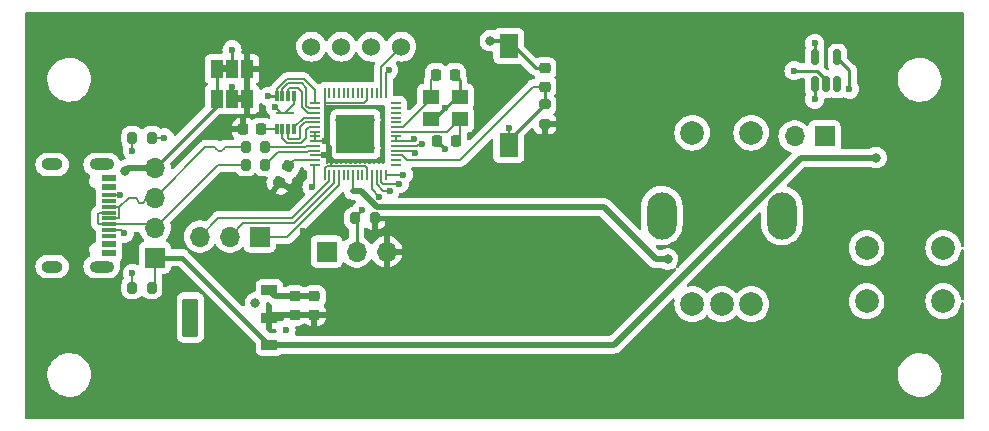
<source format=gbr>
G04 #@! TF.GenerationSoftware,KiCad,Pcbnew,7.0.1*
G04 #@! TF.CreationDate,2023-03-22T01:49:52-05:00*
G04 #@! TF.ProjectId,V0_Display,56305f44-6973-4706-9c61-792e6b696361,rev?*
G04 #@! TF.SameCoordinates,Original*
G04 #@! TF.FileFunction,Copper,L2,Bot*
G04 #@! TF.FilePolarity,Positive*
%FSLAX46Y46*%
G04 Gerber Fmt 4.6, Leading zero omitted, Abs format (unit mm)*
G04 Created by KiCad (PCBNEW 7.0.1) date 2023-03-22 01:49:52*
%MOMM*%
%LPD*%
G01*
G04 APERTURE LIST*
G04 Aperture macros list*
%AMRoundRect*
0 Rectangle with rounded corners*
0 $1 Rounding radius*
0 $2 $3 $4 $5 $6 $7 $8 $9 X,Y pos of 4 corners*
0 Add a 4 corners polygon primitive as box body*
4,1,4,$2,$3,$4,$5,$6,$7,$8,$9,$2,$3,0*
0 Add four circle primitives for the rounded corners*
1,1,$1+$1,$2,$3*
1,1,$1+$1,$4,$5*
1,1,$1+$1,$6,$7*
1,1,$1+$1,$8,$9*
0 Add four rect primitives between the rounded corners*
20,1,$1+$1,$2,$3,$4,$5,0*
20,1,$1+$1,$4,$5,$6,$7,0*
20,1,$1+$1,$6,$7,$8,$9,0*
20,1,$1+$1,$8,$9,$2,$3,0*%
G04 Aperture macros list end*
G04 #@! TA.AperFunction,ComponentPad*
%ADD10C,2.000000*%
G04 #@! TD*
G04 #@! TA.AperFunction,ComponentPad*
%ADD11O,2.500000X4.000000*%
G04 #@! TD*
G04 #@! TA.AperFunction,ComponentPad*
%ADD12C,1.524000*%
G04 #@! TD*
G04 #@! TA.AperFunction,ComponentPad*
%ADD13R,1.700000X1.700000*%
G04 #@! TD*
G04 #@! TA.AperFunction,ComponentPad*
%ADD14O,1.700000X1.700000*%
G04 #@! TD*
G04 #@! TA.AperFunction,SMDPad,CuDef*
%ADD15RoundRect,0.150000X0.150000X-0.512500X0.150000X0.512500X-0.150000X0.512500X-0.150000X-0.512500X0*%
G04 #@! TD*
G04 #@! TA.AperFunction,SMDPad,CuDef*
%ADD16R,1.000000X1.500000*%
G04 #@! TD*
G04 #@! TA.AperFunction,SMDPad,CuDef*
%ADD17RoundRect,0.225000X-0.250000X0.225000X-0.250000X-0.225000X0.250000X-0.225000X0.250000X0.225000X0*%
G04 #@! TD*
G04 #@! TA.AperFunction,SMDPad,CuDef*
%ADD18RoundRect,0.225000X0.225000X0.250000X-0.225000X0.250000X-0.225000X-0.250000X0.225000X-0.250000X0*%
G04 #@! TD*
G04 #@! TA.AperFunction,SMDPad,CuDef*
%ADD19RoundRect,0.225000X0.250000X-0.225000X0.250000X0.225000X-0.250000X0.225000X-0.250000X-0.225000X0*%
G04 #@! TD*
G04 #@! TA.AperFunction,SMDPad,CuDef*
%ADD20RoundRect,0.200000X-0.200000X-0.275000X0.200000X-0.275000X0.200000X0.275000X-0.200000X0.275000X0*%
G04 #@! TD*
G04 #@! TA.AperFunction,SMDPad,CuDef*
%ADD21RoundRect,0.225000X-0.225000X-0.250000X0.225000X-0.250000X0.225000X0.250000X-0.225000X0.250000X0*%
G04 #@! TD*
G04 #@! TA.AperFunction,SMDPad,CuDef*
%ADD22RoundRect,0.200000X-0.275000X0.200000X-0.275000X-0.200000X0.275000X-0.200000X0.275000X0.200000X0*%
G04 #@! TD*
G04 #@! TA.AperFunction,SMDPad,CuDef*
%ADD23RoundRect,0.200000X0.200000X0.275000X-0.200000X0.275000X-0.200000X-0.275000X0.200000X-0.275000X0*%
G04 #@! TD*
G04 #@! TA.AperFunction,SMDPad,CuDef*
%ADD24RoundRect,0.093000X-0.562000X0.372000X-0.562000X-0.372000X0.562000X-0.372000X0.562000X0.372000X0*%
G04 #@! TD*
G04 #@! TA.AperFunction,SMDPad,CuDef*
%ADD25RoundRect,0.131000X-0.524000X1.489000X-0.524000X-1.489000X0.524000X-1.489000X0.524000X1.489000X0*%
G04 #@! TD*
G04 #@! TA.AperFunction,SMDPad,CuDef*
%ADD26R,1.600000X2.000000*%
G04 #@! TD*
G04 #@! TA.AperFunction,SMDPad,CuDef*
%ADD27RoundRect,0.225000X0.104006X-0.319856X0.329006X0.069856X-0.104006X0.319856X-0.329006X-0.069856X0*%
G04 #@! TD*
G04 #@! TA.AperFunction,SMDPad,CuDef*
%ADD28R,1.240000X0.600000*%
G04 #@! TD*
G04 #@! TA.AperFunction,SMDPad,CuDef*
%ADD29R,1.240000X0.300000*%
G04 #@! TD*
G04 #@! TA.AperFunction,ComponentPad*
%ADD30O,1.800000X1.000000*%
G04 #@! TD*
G04 #@! TA.AperFunction,ComponentPad*
%ADD31O,2.100000X1.000000*%
G04 #@! TD*
G04 #@! TA.AperFunction,SMDPad,CuDef*
%ADD32R,1.400000X1.200000*%
G04 #@! TD*
G04 #@! TA.AperFunction,SMDPad,CuDef*
%ADD33R,0.300000X0.900000*%
G04 #@! TD*
G04 #@! TA.AperFunction,SMDPad,CuDef*
%ADD34R,1.650000X0.250000*%
G04 #@! TD*
G04 #@! TA.AperFunction,SMDPad,CuDef*
%ADD35RoundRect,0.050000X-0.050000X0.387500X-0.050000X-0.387500X0.050000X-0.387500X0.050000X0.387500X0*%
G04 #@! TD*
G04 #@! TA.AperFunction,SMDPad,CuDef*
%ADD36RoundRect,0.050000X-0.387500X0.050000X-0.387500X-0.050000X0.387500X-0.050000X0.387500X0.050000X0*%
G04 #@! TD*
G04 #@! TA.AperFunction,SMDPad,CuDef*
%ADD37R,3.200000X3.200000*%
G04 #@! TD*
G04 #@! TA.AperFunction,ViaPad*
%ADD38C,0.600000*%
G04 #@! TD*
G04 #@! TA.AperFunction,ViaPad*
%ADD39C,0.800000*%
G04 #@! TD*
G04 #@! TA.AperFunction,Conductor*
%ADD40C,0.250000*%
G04 #@! TD*
G04 #@! TA.AperFunction,Conductor*
%ADD41C,0.200000*%
G04 #@! TD*
G04 #@! TA.AperFunction,Conductor*
%ADD42C,0.500000*%
G04 #@! TD*
G04 #@! TA.AperFunction,Conductor*
%ADD43C,0.350000*%
G04 #@! TD*
G04 #@! TA.AperFunction,Conductor*
%ADD44C,0.400000*%
G04 #@! TD*
G04 #@! TA.AperFunction,Conductor*
%ADD45C,0.150000*%
G04 #@! TD*
G04 APERTURE END LIST*
G04 #@! TA.AperFunction,EtchedComponent*
G36*
X103850000Y-57570000D02*
G01*
X103350000Y-57570000D01*
X103350000Y-56970000D01*
X103850000Y-56970000D01*
X103850000Y-57570000D01*
G37*
G04 #@! TD.AperFunction*
G04 #@! TA.AperFunction,EtchedComponent*
G36*
X102550000Y-55030000D02*
G01*
X102050000Y-55030000D01*
X102050000Y-54430000D01*
X102550000Y-54430000D01*
X102550000Y-55030000D01*
G37*
G04 #@! TD.AperFunction*
D10*
X156670000Y-69900000D03*
X163170000Y-69900000D03*
X156670000Y-74400000D03*
X163170000Y-74400000D03*
X141920000Y-74650000D03*
X146920000Y-74650000D03*
X144420000Y-74650000D03*
D11*
X139340000Y-67150000D03*
X149500000Y-67150000D03*
D10*
X141920000Y-60150000D03*
X146920000Y-60150000D03*
D12*
X109660000Y-52850000D03*
X112200000Y-52850000D03*
X114740000Y-52850000D03*
X117280000Y-52850000D03*
D13*
X110954000Y-70198000D03*
D14*
X113494000Y-70198000D03*
X116034000Y-70198000D03*
D15*
X154192000Y-56037500D03*
X153242000Y-56037500D03*
X152292000Y-56037500D03*
X152292000Y-53762500D03*
X154192000Y-53762500D03*
D13*
X105304000Y-68928000D03*
D14*
X102764000Y-68928000D03*
X100224000Y-68928000D03*
D13*
X153115000Y-60445000D03*
D14*
X150575000Y-60445000D03*
D16*
X104250000Y-57270000D03*
X102950000Y-57270000D03*
X101650000Y-57270000D03*
X101650000Y-54730000D03*
X102950000Y-54730000D03*
X104250000Y-54730000D03*
D13*
X96414000Y-70706000D03*
D14*
X96414000Y-68166000D03*
X96414000Y-65626000D03*
X96414000Y-63086000D03*
D17*
X129434000Y-54678000D03*
X129434000Y-56228000D03*
D18*
X105445000Y-59850000D03*
X103895000Y-59850000D03*
X121895000Y-60850000D03*
X120345000Y-60850000D03*
D19*
X108252000Y-75545000D03*
X108252000Y-73995000D03*
D20*
X94495000Y-60550000D03*
X96145000Y-60550000D03*
D21*
X120245000Y-55250000D03*
X121795000Y-55250000D03*
D22*
X129434000Y-57728000D03*
X129434000Y-59378000D03*
D23*
X96145000Y-73250000D03*
X94495000Y-73250000D03*
D24*
X106109000Y-73496000D03*
X106109000Y-75786000D03*
X106109000Y-78076000D03*
D25*
X99419000Y-75786000D03*
D19*
X109920000Y-75545000D03*
X109920000Y-73995000D03*
D26*
X126386000Y-52790000D03*
X126386000Y-61190000D03*
D23*
X105745000Y-62850000D03*
X104095000Y-62850000D03*
D27*
X106932500Y-64321170D03*
X107707500Y-62978830D03*
D28*
X92519000Y-70350000D03*
X92519000Y-69550000D03*
D29*
X92519000Y-68400000D03*
X92519000Y-67400000D03*
X92519000Y-66900000D03*
X92519000Y-65900000D03*
D28*
X92519000Y-64750000D03*
X92519000Y-63950000D03*
X92519000Y-63950000D03*
X92519000Y-64750000D03*
D29*
X92519000Y-65400000D03*
X92519000Y-66400000D03*
X92519000Y-67900000D03*
X92519000Y-68900000D03*
D28*
X92519000Y-69550000D03*
X92519000Y-70350000D03*
D30*
X87719000Y-71470000D03*
D31*
X91919000Y-71470000D03*
D30*
X87719000Y-62830000D03*
D31*
X91919000Y-62830000D03*
D32*
X119820000Y-57100000D03*
X122220000Y-57100000D03*
X122220000Y-59000000D03*
X119820000Y-59000000D03*
D20*
X113369000Y-67398000D03*
X115019000Y-67398000D03*
D33*
X106720000Y-57050000D03*
X107220000Y-57050000D03*
X107720000Y-57050000D03*
X108220000Y-57050000D03*
X108220000Y-59850000D03*
X107720000Y-59850000D03*
X107220000Y-59850000D03*
X106720000Y-59850000D03*
D34*
X107470000Y-58450000D03*
D20*
X104095000Y-61350000D03*
X105745000Y-61350000D03*
D35*
X110794000Y-56816500D03*
X111194000Y-56816500D03*
X111594000Y-56816500D03*
X111994000Y-56816500D03*
X112394000Y-56816500D03*
X112794000Y-56816500D03*
X113194000Y-56816500D03*
X113594000Y-56816500D03*
X113994000Y-56816500D03*
X114394000Y-56816500D03*
X114794000Y-56816500D03*
X115194000Y-56816500D03*
X115594000Y-56816500D03*
X115994000Y-56816500D03*
D36*
X116831500Y-57654000D03*
X116831500Y-58054000D03*
X116831500Y-58454000D03*
X116831500Y-58854000D03*
X116831500Y-59254000D03*
X116831500Y-59654000D03*
X116831500Y-60054000D03*
X116831500Y-60454000D03*
X116831500Y-60854000D03*
X116831500Y-61254000D03*
X116831500Y-61654000D03*
X116831500Y-62054000D03*
X116831500Y-62454000D03*
X116831500Y-62854000D03*
D35*
X115994000Y-63691500D03*
X115594000Y-63691500D03*
X115194000Y-63691500D03*
X114794000Y-63691500D03*
X114394000Y-63691500D03*
X113994000Y-63691500D03*
X113594000Y-63691500D03*
X113194000Y-63691500D03*
X112794000Y-63691500D03*
X112394000Y-63691500D03*
X111994000Y-63691500D03*
X111594000Y-63691500D03*
X111194000Y-63691500D03*
X110794000Y-63691500D03*
D36*
X109956500Y-62854000D03*
X109956500Y-62454000D03*
X109956500Y-62054000D03*
X109956500Y-61654000D03*
X109956500Y-61254000D03*
X109956500Y-60854000D03*
X109956500Y-60454000D03*
X109956500Y-60054000D03*
X109956500Y-59654000D03*
X109956500Y-59254000D03*
X109956500Y-58854000D03*
X109956500Y-58454000D03*
X109956500Y-58054000D03*
X109956500Y-57654000D03*
D37*
X113394000Y-60254000D03*
D38*
X107520000Y-76850000D03*
D39*
X114620000Y-59050000D03*
X104920000Y-74550000D03*
X93920000Y-63350000D03*
X113394000Y-60254000D03*
D38*
X106620000Y-57999502D03*
D39*
X112220000Y-61450000D03*
X112120000Y-59050000D03*
D38*
X121020000Y-61525000D03*
X121020000Y-58050000D03*
D39*
X106109000Y-73496000D03*
X114620000Y-61450000D03*
X124820000Y-52350000D03*
D38*
X152292000Y-57322000D03*
X155220000Y-56450000D03*
X97220000Y-60550000D03*
D39*
X157470000Y-62250000D03*
D38*
X116220000Y-54850000D03*
X113940000Y-66642000D03*
X119007682Y-61061295D03*
X118408182Y-61853000D03*
X93820000Y-68650000D03*
X94520000Y-72050000D03*
X102950000Y-56250000D03*
X102950000Y-53120000D03*
X110816000Y-60854000D03*
D39*
X104920000Y-64150000D03*
D38*
X110771353Y-62049429D03*
X118320000Y-60653500D03*
X108918584Y-68478584D03*
X109720000Y-64750000D03*
X152292000Y-52578000D03*
X106020000Y-57050000D03*
X94520000Y-61650000D03*
X93471999Y-65398001D03*
D39*
X139820000Y-70850000D03*
D38*
X117120000Y-64450000D03*
X115413246Y-65556754D03*
X116320000Y-65049500D03*
X117461500Y-63691500D03*
X150520000Y-54900000D03*
X126420000Y-59750000D03*
D40*
X121020000Y-61525000D02*
X120345000Y-60850000D01*
X101650000Y-57850000D02*
X96414000Y-63086000D01*
X122220000Y-57100000D02*
X122220000Y-55675000D01*
X121020000Y-58050000D02*
X121970000Y-57100000D01*
X120070000Y-59000000D02*
X121020000Y-58050000D01*
X101650000Y-57270000D02*
X101650000Y-54730000D01*
D41*
X106620000Y-57999502D02*
X107070498Y-58450000D01*
D42*
X106109000Y-73496000D02*
X106608000Y-73995000D01*
D41*
X108220000Y-57700000D02*
X108220000Y-57050000D01*
D42*
X106608000Y-73995000D02*
X108265000Y-73995000D01*
D41*
X108220000Y-57700000D02*
X107470000Y-58450000D01*
D40*
X128664000Y-54678000D02*
X126386000Y-52400000D01*
D43*
X124820000Y-52350000D02*
X126336000Y-52350000D01*
D40*
X152292000Y-56037500D02*
X152292000Y-57322000D01*
D42*
X94184000Y-63086000D02*
X96414000Y-63086000D01*
X93920000Y-63350000D02*
X94184000Y-63086000D01*
D40*
X129434000Y-54678000D02*
X128664000Y-54678000D01*
X122220000Y-55675000D02*
X121795000Y-55250000D01*
D42*
X109920000Y-73995000D02*
X108375000Y-73995000D01*
X157470000Y-62250000D02*
X151120000Y-62250000D01*
X135294000Y-78076000D02*
X106109000Y-78076000D01*
D40*
X155220000Y-54850000D02*
X154192000Y-53822000D01*
D41*
X96145000Y-60550000D02*
X97220000Y-60550000D01*
X96414000Y-72981000D02*
X96414000Y-70706000D01*
D42*
X151120000Y-62250000D02*
X135294000Y-78076000D01*
D40*
X155220000Y-56450000D02*
X155220000Y-54850000D01*
D44*
X98739000Y-70706000D02*
X106109000Y-78076000D01*
X96414000Y-70706000D02*
X98739000Y-70706000D01*
D41*
X101631326Y-61538675D02*
X101631326Y-61538674D01*
X93405300Y-66445600D02*
X93405300Y-67350400D01*
X93405300Y-66445600D02*
X94224900Y-65626000D01*
X95572124Y-65878125D02*
X95572124Y-65878124D01*
X93357699Y-66397999D02*
X93405300Y-66445600D01*
X94972124Y-65878124D02*
X94972124Y-65878125D01*
X109258340Y-61254000D02*
X109137340Y-61375000D01*
X93357700Y-67398000D02*
X92533800Y-67398000D01*
X102042652Y-61727349D02*
X101820000Y-61727349D01*
X100690000Y-61350000D02*
X96414000Y-65626000D01*
X109956500Y-61254000D02*
X109258340Y-61254000D01*
X94224900Y-65626000D02*
X94720000Y-65626000D01*
X100690000Y-61350000D02*
X101442652Y-61350000D01*
X109137340Y-61375000D02*
X105770000Y-61375000D01*
X95224248Y-66130249D02*
X95320000Y-66130249D01*
X102231326Y-61538674D02*
X102231326Y-61538675D01*
X92533800Y-66397999D02*
X93357699Y-66397999D01*
X104095000Y-61350000D02*
X102420000Y-61350000D01*
X93405300Y-67350400D02*
X93357700Y-67398000D01*
X101631400Y-61538674D02*
G75*
G03*
X101442652Y-61350000I-188700J-26D01*
G01*
X95824248Y-65626024D02*
G75*
G03*
X95572124Y-65878124I-48J-252076D01*
G01*
X95320000Y-66130224D02*
G75*
G03*
X95572124Y-65878125I0J252124D01*
G01*
X94972100Y-65878124D02*
G75*
G03*
X94720000Y-65626000I-252100J24D01*
G01*
X102042652Y-61727326D02*
G75*
G03*
X102231326Y-61538675I48J188626D01*
G01*
X102420000Y-61350026D02*
G75*
G03*
X102231326Y-61538674I0J-188674D01*
G01*
X101631351Y-61538675D02*
G75*
G03*
X101820000Y-61727349I188649J-25D01*
G01*
X94972051Y-65878125D02*
G75*
G03*
X95224248Y-66130249I252149J25D01*
G01*
X91709900Y-66898000D02*
X91588000Y-67019900D01*
X105745000Y-62850000D02*
X106820000Y-61775000D01*
X106820000Y-61775000D02*
X109303025Y-61775000D01*
X96414000Y-68166000D02*
X101730000Y-62850000D01*
X109303025Y-61775000D02*
X109424025Y-61654000D01*
X92533800Y-66898000D02*
X91709900Y-66898000D01*
X91588000Y-67776100D02*
X91709901Y-67898001D01*
X91588000Y-67019900D02*
X91588000Y-67776100D01*
X101730000Y-62850000D02*
X104095000Y-62850000D01*
X91709901Y-67898001D02*
X92533800Y-67898001D01*
X92533800Y-67898001D02*
X96146001Y-67898001D01*
X109424025Y-61654000D02*
X109956500Y-61654000D01*
X115594000Y-54536000D02*
X117280000Y-52850000D01*
X115594000Y-56816500D02*
X115594000Y-54536000D01*
X115994000Y-55076000D02*
X116220000Y-54850000D01*
X115994000Y-56816500D02*
X115994000Y-55076000D01*
X118568529Y-61253500D02*
X118071471Y-61253500D01*
X117529661Y-61254000D02*
X116831500Y-61254000D01*
X118071471Y-61253500D02*
X118067474Y-61249503D01*
X119007682Y-61061295D02*
X118760734Y-61061295D01*
D40*
X113369000Y-67213000D02*
X113940000Y-66642000D01*
D41*
X118067474Y-61249503D02*
X117534158Y-61249503D01*
X117534158Y-61249503D02*
X117529661Y-61254000D01*
X118760734Y-61061295D02*
X118568529Y-61253500D01*
D40*
X113494000Y-67523000D02*
X113494000Y-70198000D01*
D45*
X116831500Y-61654000D02*
X118209182Y-61654000D01*
X118209182Y-61654000D02*
X118408182Y-61853000D01*
D41*
X94495000Y-73250000D02*
X94495000Y-72075000D01*
X94495000Y-72075000D02*
X94520000Y-72050000D01*
X93568000Y-68398000D02*
X92533800Y-68398000D01*
X93820000Y-68650000D02*
X93568000Y-68398000D01*
X119820000Y-55675000D02*
X120245000Y-55250000D01*
X117416000Y-59654000D02*
X119820000Y-57250000D01*
X119820000Y-57100000D02*
X119820000Y-55675000D01*
X116831500Y-59654000D02*
X117416000Y-59654000D01*
D40*
X102950000Y-57870000D02*
X102950000Y-56250000D01*
X102950000Y-53120000D02*
X102950000Y-54730000D01*
D41*
X114394000Y-56816500D02*
X114394000Y-57348975D01*
X114394000Y-57348975D02*
X114092975Y-57650000D01*
X111320000Y-62954000D02*
X110970000Y-62954000D01*
D42*
X106350000Y-75545000D02*
X106109000Y-75786000D01*
D41*
X116831500Y-60854000D02*
X116831500Y-60454000D01*
X114092975Y-57650000D02*
X110794000Y-57650000D01*
X114394000Y-63159025D02*
X114188975Y-62954000D01*
X111320000Y-61358000D02*
X110816000Y-60854000D01*
X109956500Y-60054000D02*
X109956500Y-60854000D01*
X118123997Y-60849503D02*
X116835997Y-60849503D01*
X110794000Y-57650000D02*
X110794000Y-60832000D01*
X110811429Y-62049429D02*
X110816000Y-62054000D01*
X110794000Y-60832000D02*
X110816000Y-60854000D01*
X118320000Y-60653500D02*
X118123997Y-60849503D01*
X111320000Y-62954000D02*
X111320000Y-61358000D01*
X109956500Y-60854000D02*
X110816000Y-60854000D01*
X114188975Y-62954000D02*
X111320000Y-62954000D01*
X110766782Y-62054000D02*
X110771353Y-62049429D01*
X110794000Y-56816500D02*
X110794000Y-57650000D01*
X114394000Y-63691500D02*
X114394000Y-63159025D01*
D42*
X109920000Y-75545000D02*
X106350000Y-75545000D01*
D41*
X110794000Y-63130000D02*
X110794000Y-63691500D01*
X110970000Y-62954000D02*
X110794000Y-63130000D01*
X109956500Y-62054000D02*
X110766782Y-62054000D01*
X116835997Y-60849503D02*
X116831500Y-60854000D01*
X108232330Y-62454000D02*
X107707500Y-62978830D01*
X109956500Y-62454000D02*
X108232330Y-62454000D01*
X109920000Y-62890500D02*
X109956500Y-62854000D01*
X109920000Y-64550000D02*
X109920000Y-62890500D01*
X109720000Y-64750000D02*
X109920000Y-64550000D01*
X105445000Y-59850000D02*
X106720000Y-59850000D01*
D40*
X152292000Y-53762500D02*
X152292000Y-52578000D01*
D45*
X109956500Y-56556475D02*
X109020001Y-55619975D01*
X109020001Y-55619975D02*
X107580050Y-55619975D01*
D40*
X106020000Y-57050000D02*
X106720000Y-57050000D01*
D45*
X107580050Y-55619975D02*
X106720000Y-56480025D01*
X109956500Y-57654000D02*
X109956500Y-56556475D01*
X106720000Y-56480025D02*
X106720000Y-57119975D01*
X109244000Y-56338949D02*
X108875026Y-55969975D01*
X108875026Y-55969975D02*
X107725025Y-55969975D01*
X109244000Y-57838619D02*
X109244000Y-56338949D01*
X109956500Y-58054000D02*
X109459381Y-58054000D01*
X109459381Y-58054000D02*
X109244000Y-57838619D01*
X107220000Y-56475000D02*
X107220000Y-57119975D01*
X107725025Y-55969975D02*
X107220000Y-56475000D01*
X108894000Y-57983593D02*
X108894000Y-56693975D01*
X109364407Y-58454000D02*
X108894000Y-57983593D01*
X108894000Y-56693975D02*
X108520000Y-56319975D01*
X107720000Y-56469975D02*
X107720000Y-57119975D01*
X108520000Y-56319975D02*
X107870000Y-56319975D01*
X109956500Y-58454000D02*
X109364407Y-58454000D01*
X107870000Y-56319975D02*
X107720000Y-56469975D01*
X108220000Y-59650000D02*
X109016000Y-58854000D01*
X109016000Y-58854000D02*
X109956500Y-58854000D01*
X107770000Y-60650000D02*
X107720000Y-60600000D01*
X108720000Y-60550000D02*
X108620000Y-60650000D01*
X107720000Y-60600000D02*
X107720000Y-60050000D01*
X108720000Y-59644974D02*
X108720000Y-60550000D01*
X109956500Y-59254000D02*
X109110974Y-59254000D01*
X108620000Y-60650000D02*
X107770000Y-60650000D01*
X109110974Y-59254000D02*
X108720000Y-59644974D01*
X107625025Y-61000000D02*
X107220000Y-60594975D01*
X108764975Y-61000000D02*
X107625025Y-61000000D01*
X109459381Y-59654000D02*
X109220000Y-59893381D01*
X109220000Y-59893381D02*
X109220000Y-60544974D01*
X109956500Y-59654000D02*
X109459381Y-59654000D01*
X107220000Y-60594975D02*
X107220000Y-59850000D01*
X109220000Y-60544974D02*
X108764975Y-61000000D01*
D41*
X122220000Y-60525000D02*
X121895000Y-60850000D01*
X121166000Y-60054000D02*
X122220000Y-59000000D01*
X122220000Y-59000000D02*
X122220000Y-60525000D01*
X116831500Y-60054000D02*
X121166000Y-60054000D01*
X94495000Y-60550000D02*
X94495000Y-61625000D01*
X94495000Y-61625000D02*
X94520000Y-61650000D01*
X93471999Y-65398001D02*
X92533800Y-65398001D01*
D42*
X138820000Y-70850000D02*
X134420000Y-66450000D01*
D41*
X113194000Y-63691500D02*
X113194000Y-65076000D01*
D42*
X115245831Y-66450000D02*
X113871831Y-65076000D01*
X139820000Y-70850000D02*
X138820000Y-70850000D01*
X113871831Y-65076000D02*
X113194000Y-65076000D01*
X134420000Y-66450000D02*
X115245831Y-66450000D01*
D41*
X117120000Y-64450000D02*
X115720000Y-64450000D01*
X115594000Y-64324000D02*
X115594000Y-63691500D01*
X115720000Y-64450000D02*
X115594000Y-64324000D01*
X115413246Y-65556754D02*
X114794000Y-64937508D01*
X114794000Y-64937508D02*
X114794000Y-63691500D01*
X116320000Y-65049500D02*
X115753814Y-65049500D01*
X115753814Y-65049500D02*
X115194000Y-64489686D01*
X115194000Y-64489686D02*
X115194000Y-63691500D01*
X117461500Y-63691500D02*
X115994000Y-63691500D01*
D40*
X153242000Y-55653249D02*
X152488751Y-54900000D01*
X152488751Y-54900000D02*
X150520000Y-54900000D01*
D41*
X105304000Y-68928000D02*
X107621346Y-68928000D01*
X111994000Y-64555346D02*
X111994000Y-63691500D01*
X107621346Y-68928000D02*
X111994000Y-64555346D01*
X103914000Y-67778000D02*
X108205661Y-67778000D01*
X111594000Y-64389661D02*
X111594000Y-63691500D01*
X102764000Y-68928000D02*
X103914000Y-67778000D01*
X108205661Y-67778000D02*
X111594000Y-64389661D01*
X100224000Y-68928000D02*
X101774000Y-67378000D01*
X108039975Y-67378000D02*
X111194000Y-64223975D01*
X101774000Y-67378000D02*
X108039975Y-67378000D01*
X111194000Y-64223975D02*
X111194000Y-63691500D01*
X122217000Y-62453000D02*
X128442000Y-56228000D01*
X128442000Y-56228000D02*
X129434000Y-56228000D01*
X117762975Y-62453000D02*
X122217000Y-62453000D01*
X117363975Y-62054000D02*
X117762975Y-62453000D01*
X116831500Y-62054000D02*
X117363975Y-62054000D01*
D40*
X129434000Y-57728000D02*
X129434000Y-56228000D01*
D41*
X126420000Y-59750000D02*
X126420000Y-61546000D01*
D40*
X129434000Y-57728000D02*
X126386000Y-60776000D01*
G04 #@! TA.AperFunction,Conductor*
G36*
X108994271Y-63072368D02*
G01*
X109035495Y-63100425D01*
X109062606Y-63142277D01*
X109077600Y-63180300D01*
X109170365Y-63302629D01*
X109170366Y-63302630D01*
X109170368Y-63302632D01*
X109261636Y-63371842D01*
X109298347Y-63416188D01*
X109311500Y-63472238D01*
X109311500Y-63982183D01*
X109295778Y-64043132D01*
X109252536Y-64088870D01*
X109212717Y-64113889D01*
X109083889Y-64242717D01*
X108986956Y-64396985D01*
X108926783Y-64568950D01*
X108906384Y-64749999D01*
X108926783Y-64931049D01*
X108986956Y-65103014D01*
X109083889Y-65257282D01*
X109102921Y-65276314D01*
X109135533Y-65332798D01*
X109135533Y-65398020D01*
X109102921Y-65454504D01*
X107824831Y-66732595D01*
X107783954Y-66759909D01*
X107735736Y-66769500D01*
X101822136Y-66769500D01*
X101805692Y-66768422D01*
X101774000Y-66764250D01*
X101773999Y-66764250D01*
X101760260Y-66766058D01*
X101742307Y-66768422D01*
X101742294Y-66768423D01*
X101634583Y-66782602D01*
X101634562Y-66782605D01*
X101634543Y-66782608D01*
X101620254Y-66784489D01*
X101615147Y-66785162D01*
X101467122Y-66846476D01*
X101375279Y-66916950D01*
X101375251Y-66916973D01*
X101340010Y-66944014D01*
X101320545Y-66969381D01*
X101309681Y-66981768D01*
X100708243Y-67583206D01*
X100647550Y-67616868D01*
X100578240Y-67613285D01*
X100558641Y-67606557D01*
X100558102Y-67606467D01*
X100336569Y-67569500D01*
X100111431Y-67569500D01*
X99889365Y-67606556D01*
X99889362Y-67606556D01*
X99889362Y-67606557D01*
X99676426Y-67679657D01*
X99478421Y-67786812D01*
X99300762Y-67925091D01*
X99148278Y-68090731D01*
X99025139Y-68279209D01*
X98934702Y-68485388D01*
X98880011Y-68701362D01*
X98879436Y-68703632D01*
X98867638Y-68846011D01*
X98861418Y-68921079D01*
X98860844Y-68928000D01*
X98879436Y-69152368D01*
X98879436Y-69152371D01*
X98879437Y-69152372D01*
X98934702Y-69370611D01*
X98934703Y-69370614D01*
X98934704Y-69370616D01*
X98940155Y-69383043D01*
X99025139Y-69576790D01*
X99136212Y-69746799D01*
X99148278Y-69765268D01*
X99291286Y-69920615D01*
X99320746Y-69975085D01*
X99320735Y-69988242D01*
X99347342Y-69986166D01*
X99403599Y-70010950D01*
X99476171Y-70067436D01*
X99478424Y-70069189D01*
X99676426Y-70176342D01*
X99889365Y-70249444D01*
X100111431Y-70286500D01*
X100336566Y-70286500D01*
X100336569Y-70286500D01*
X100558635Y-70249444D01*
X100771574Y-70176342D01*
X100969576Y-70069189D01*
X101147240Y-69930906D01*
X101299722Y-69765268D01*
X101388518Y-69629354D01*
X101434031Y-69587458D01*
X101494000Y-69572272D01*
X101553969Y-69587458D01*
X101599481Y-69629354D01*
X101688278Y-69765268D01*
X101831285Y-69920614D01*
X101840762Y-69930908D01*
X102018421Y-70069187D01*
X102018424Y-70069189D01*
X102216426Y-70176342D01*
X102429365Y-70249444D01*
X102651431Y-70286500D01*
X102876566Y-70286500D01*
X102876569Y-70286500D01*
X103098635Y-70249444D01*
X103311574Y-70176342D01*
X103509576Y-70069189D01*
X103687240Y-69930906D01*
X103748246Y-69864635D01*
X103801716Y-69830238D01*
X103865177Y-69826327D01*
X103922469Y-69853903D01*
X103959000Y-69905942D01*
X104003109Y-70024203D01*
X104090738Y-70141261D01*
X104207794Y-70228888D01*
X104207795Y-70228888D01*
X104207796Y-70228889D01*
X104344799Y-70279989D01*
X104405362Y-70286500D01*
X106202638Y-70286500D01*
X106263201Y-70279989D01*
X106400204Y-70228889D01*
X106517261Y-70141261D01*
X106604889Y-70024204D01*
X106655989Y-69887201D01*
X106662500Y-69826638D01*
X106662500Y-69662500D01*
X106679381Y-69599500D01*
X106725500Y-69553381D01*
X106788500Y-69536500D01*
X107573210Y-69536500D01*
X107589653Y-69537577D01*
X107621346Y-69541750D01*
X107653039Y-69537577D01*
X107653049Y-69537577D01*
X107661230Y-69536500D01*
X107661231Y-69536500D01*
X107760802Y-69523391D01*
X107780197Y-69520838D01*
X107928222Y-69459524D01*
X108023418Y-69386477D01*
X108023418Y-69386476D01*
X108039975Y-69373772D01*
X108039978Y-69373769D01*
X108044094Y-69370611D01*
X108055333Y-69361987D01*
X108074803Y-69336611D01*
X108085655Y-69324238D01*
X112239174Y-65170719D01*
X112298319Y-65137427D01*
X112366156Y-65139648D01*
X112422999Y-65176738D01*
X112452351Y-65237933D01*
X112462418Y-65295021D01*
X112482035Y-65340498D01*
X112532646Y-65457829D01*
X112532647Y-65457831D01*
X112532648Y-65457832D01*
X112638531Y-65600058D01*
X112774360Y-65714032D01*
X112932812Y-65793609D01*
X113105344Y-65834500D01*
X113299917Y-65834500D01*
X113357120Y-65848233D01*
X113401853Y-65886439D01*
X113424366Y-65940789D01*
X113419750Y-65999436D01*
X113389012Y-66049595D01*
X113303889Y-66134717D01*
X113206956Y-66288986D01*
X113191499Y-66333158D01*
X113167481Y-66374414D01*
X113129838Y-66403774D01*
X113083974Y-66417023D01*
X113040352Y-66420986D01*
X112876087Y-66472173D01*
X112728842Y-66561185D01*
X112607185Y-66682842D01*
X112518173Y-66830087D01*
X112466986Y-66994351D01*
X112460500Y-67065735D01*
X112460500Y-67730264D01*
X112466986Y-67801647D01*
X112471454Y-67815985D01*
X112518173Y-67965913D01*
X112584313Y-68075322D01*
X112607185Y-68113157D01*
X112728843Y-68234815D01*
X112799685Y-68277641D01*
X112844248Y-68323571D01*
X112860500Y-68385469D01*
X112860500Y-68921079D01*
X112842741Y-68985576D01*
X112794471Y-69031891D01*
X112761178Y-69049908D01*
X112748418Y-69056814D01*
X112570758Y-69195094D01*
X112509754Y-69261362D01*
X112456282Y-69295762D01*
X112392820Y-69299672D01*
X112335530Y-69272096D01*
X112298998Y-69220056D01*
X112296379Y-69213033D01*
X112254889Y-69101796D01*
X112253124Y-69099438D01*
X112167261Y-68984738D01*
X112050205Y-68897111D01*
X111981702Y-68871561D01*
X111913201Y-68846011D01*
X111852638Y-68839500D01*
X110055362Y-68839500D01*
X109994799Y-68846011D01*
X109857794Y-68897111D01*
X109740738Y-68984738D01*
X109653111Y-69101794D01*
X109615976Y-69201358D01*
X109602011Y-69238799D01*
X109595500Y-69299362D01*
X109595500Y-71096638D01*
X109602011Y-71157201D01*
X109626014Y-71221555D01*
X109653111Y-71294205D01*
X109740738Y-71411261D01*
X109857794Y-71498888D01*
X109857795Y-71498888D01*
X109857796Y-71498889D01*
X109994799Y-71549989D01*
X110055362Y-71556500D01*
X111852638Y-71556500D01*
X111913201Y-71549989D01*
X112050204Y-71498889D01*
X112167261Y-71411261D01*
X112254889Y-71294204D01*
X112298999Y-71175941D01*
X112335530Y-71123903D01*
X112392821Y-71096327D01*
X112456282Y-71100237D01*
X112509753Y-71134636D01*
X112542052Y-71169721D01*
X112570762Y-71200908D01*
X112748316Y-71339105D01*
X112748424Y-71339189D01*
X112946426Y-71446342D01*
X113159365Y-71519444D01*
X113381431Y-71556500D01*
X113606566Y-71556500D01*
X113606569Y-71556500D01*
X113828635Y-71519444D01*
X114041574Y-71446342D01*
X114239576Y-71339189D01*
X114417240Y-71200906D01*
X114569722Y-71035268D01*
X114658818Y-70898896D01*
X114704329Y-70856999D01*
X114764299Y-70841813D01*
X114824268Y-70856999D01*
X114869782Y-70898897D01*
X114958678Y-71034962D01*
X115111096Y-71200533D01*
X115288697Y-71338766D01*
X115486631Y-71445883D01*
X115699485Y-71518955D01*
X115780000Y-71532391D01*
X115780000Y-70452000D01*
X116288000Y-70452000D01*
X116288000Y-71532391D01*
X116368514Y-71518955D01*
X116581368Y-71445883D01*
X116779302Y-71338766D01*
X116956903Y-71200533D01*
X117109321Y-71034962D01*
X117232419Y-70846548D01*
X117322822Y-70640451D01*
X117370544Y-70452000D01*
X116288000Y-70452000D01*
X115780000Y-70452000D01*
X115780000Y-68863609D01*
X116288000Y-68863609D01*
X116288000Y-69944000D01*
X117370544Y-69944000D01*
X117370544Y-69943999D01*
X117322822Y-69755548D01*
X117232419Y-69549451D01*
X117109321Y-69361037D01*
X116956903Y-69195466D01*
X116779302Y-69057233D01*
X116581368Y-68950116D01*
X116368514Y-68877044D01*
X116288000Y-68863609D01*
X115780000Y-68863609D01*
X115699485Y-68877044D01*
X115486631Y-68950116D01*
X115288697Y-69057233D01*
X115111096Y-69195466D01*
X114958678Y-69361037D01*
X114869782Y-69497102D01*
X114824268Y-69539000D01*
X114764299Y-69554186D01*
X114704329Y-69539000D01*
X114658816Y-69497101D01*
X114647194Y-69479312D01*
X114569722Y-69360732D01*
X114417240Y-69195094D01*
X114417239Y-69195093D01*
X114417237Y-69195091D01*
X114239581Y-69056814D01*
X114239577Y-69056811D01*
X114239576Y-69056811D01*
X114193528Y-69031891D01*
X114145259Y-68985576D01*
X114127500Y-68921079D01*
X114127500Y-68286954D01*
X114141233Y-68229751D01*
X114179439Y-68185018D01*
X114233789Y-68162505D01*
X114292436Y-68167121D01*
X114342595Y-68197859D01*
X114379153Y-68234417D01*
X114526293Y-68323366D01*
X114690444Y-68374518D01*
X114761774Y-68381000D01*
X114765000Y-68381000D01*
X114765000Y-67652000D01*
X115273000Y-67652000D01*
X115273000Y-68380999D01*
X115276225Y-68380999D01*
X115347556Y-68374518D01*
X115511706Y-68323366D01*
X115658846Y-68234417D01*
X115780417Y-68112846D01*
X115869366Y-67965706D01*
X115920518Y-67801555D01*
X115927000Y-67730226D01*
X115927000Y-67652000D01*
X115273000Y-67652000D01*
X114765000Y-67652000D01*
X114765000Y-67270000D01*
X114781881Y-67207000D01*
X114828000Y-67160881D01*
X114891000Y-67144000D01*
X114907770Y-67144000D01*
X114964319Y-67157403D01*
X114985828Y-67168205D01*
X115004322Y-67174633D01*
X115005623Y-67174901D01*
X115005624Y-67174902D01*
X115079897Y-67190237D01*
X115083361Y-67191004D01*
X115157175Y-67208500D01*
X115157178Y-67208500D01*
X115158473Y-67208807D01*
X115177942Y-67210796D01*
X115179269Y-67210757D01*
X115179273Y-67210758D01*
X115253528Y-67208597D01*
X115255055Y-67208553D01*
X115258719Y-67208500D01*
X134053629Y-67208500D01*
X134101847Y-67218091D01*
X134142724Y-67245405D01*
X138238092Y-71340773D01*
X138250060Y-71354620D01*
X138264531Y-71374058D01*
X138302868Y-71406226D01*
X138310965Y-71413646D01*
X138314900Y-71417581D01*
X138314904Y-71417584D01*
X138339455Y-71436997D01*
X138342296Y-71439311D01*
X138374072Y-71465974D01*
X138387808Y-71477500D01*
X138401377Y-71488885D01*
X138417890Y-71499405D01*
X138419094Y-71499966D01*
X138419095Y-71499967D01*
X138460859Y-71519442D01*
X138487786Y-71531998D01*
X138491078Y-71533591D01*
X138558812Y-71567609D01*
X138558814Y-71567609D01*
X138560008Y-71568209D01*
X138578490Y-71574633D01*
X138579791Y-71574901D01*
X138579794Y-71574903D01*
X138654078Y-71590241D01*
X138657630Y-71591029D01*
X138731344Y-71608500D01*
X138731346Y-71608500D01*
X138732641Y-71608807D01*
X138752114Y-71610797D01*
X138753439Y-71610758D01*
X138753442Y-71610759D01*
X138827477Y-71608604D01*
X138829259Y-71608553D01*
X138832923Y-71608500D01*
X139277414Y-71608500D01*
X139316351Y-71614667D01*
X139351470Y-71632561D01*
X139363248Y-71641118D01*
X139537712Y-71718794D01*
X139724513Y-71758500D01*
X139915485Y-71758500D01*
X139915487Y-71758500D01*
X140102288Y-71718794D01*
X140276752Y-71641118D01*
X140369134Y-71573998D01*
X140426746Y-71551013D01*
X140488347Y-71558304D01*
X140539004Y-71594104D01*
X140566440Y-71649738D01*
X140564004Y-71711721D01*
X140532288Y-71765030D01*
X135016724Y-77280595D01*
X134975847Y-77307909D01*
X134927629Y-77317500D01*
X108390563Y-77317500D01*
X108332731Y-77303444D01*
X108287802Y-77264413D01*
X108265800Y-77209114D01*
X108271634Y-77149885D01*
X108313216Y-77031049D01*
X108313217Y-77031047D01*
X108333616Y-76850000D01*
X108313217Y-76668953D01*
X108313216Y-76668951D01*
X108311627Y-76654845D01*
X108312238Y-76654776D01*
X108307965Y-76611384D01*
X108329968Y-76556086D01*
X108374897Y-76517056D01*
X108432728Y-76503000D01*
X108550839Y-76503000D01*
X108651239Y-76492743D01*
X108813885Y-76438847D01*
X108959731Y-76348888D01*
X108996905Y-76311715D01*
X109053389Y-76279103D01*
X109118611Y-76279103D01*
X109175095Y-76311715D01*
X109212268Y-76348888D01*
X109358114Y-76438847D01*
X109520760Y-76492743D01*
X109621161Y-76503000D01*
X109666000Y-76503000D01*
X109666000Y-75799000D01*
X110174000Y-75799000D01*
X110174000Y-76503000D01*
X110218839Y-76503000D01*
X110319239Y-76492743D01*
X110481885Y-76438847D01*
X110627731Y-76348888D01*
X110748888Y-76227731D01*
X110838847Y-76081885D01*
X110892743Y-75919239D01*
X110903000Y-75818839D01*
X110903000Y-75799000D01*
X110174000Y-75799000D01*
X109666000Y-75799000D01*
X107312000Y-75799000D01*
X107312000Y-75914000D01*
X107295119Y-75977000D01*
X107249000Y-76023119D01*
X107186000Y-76040000D01*
X106363000Y-76040000D01*
X106363000Y-76759000D01*
X106583531Y-76759000D01*
X106642407Y-76773602D01*
X106687637Y-76814022D01*
X106708737Y-76870889D01*
X106719048Y-76962393D01*
X106707362Y-77031170D01*
X106660876Y-77083187D01*
X106593840Y-77102500D01*
X106189660Y-77102500D01*
X106141442Y-77092909D01*
X106100565Y-77065595D01*
X105891905Y-76856935D01*
X105864591Y-76816058D01*
X105855000Y-76767840D01*
X105855000Y-74812999D01*
X105853031Y-74811030D01*
X105823353Y-74763994D01*
X105816816Y-74708770D01*
X105829728Y-74585926D01*
X105849927Y-74529617D01*
X105893823Y-74488969D01*
X105951519Y-74473149D01*
X106010008Y-74485724D01*
X106040269Y-74510758D01*
X106041249Y-74509591D01*
X106052530Y-74519057D01*
X106052531Y-74519058D01*
X106089406Y-74550000D01*
X106090868Y-74551226D01*
X106098965Y-74558646D01*
X106102900Y-74562581D01*
X106102904Y-74562584D01*
X106127455Y-74581997D01*
X106130296Y-74584311D01*
X106189377Y-74633885D01*
X106205890Y-74644405D01*
X106207094Y-74644966D01*
X106207095Y-74644967D01*
X106217888Y-74650000D01*
X106275786Y-74676998D01*
X106279084Y-74678595D01*
X106293548Y-74685859D01*
X106344241Y-74732310D01*
X106363000Y-74798457D01*
X106363000Y-75532000D01*
X107229000Y-75532000D01*
X107229000Y-75417000D01*
X107245881Y-75354000D01*
X107292000Y-75307881D01*
X107355000Y-75291000D01*
X110903000Y-75291000D01*
X110903000Y-75271161D01*
X110892743Y-75170760D01*
X110838847Y-75008114D01*
X110748888Y-74862268D01*
X110746067Y-74859447D01*
X110713455Y-74802960D01*
X110713457Y-74737735D01*
X110746070Y-74681254D01*
X110749285Y-74678040D01*
X110839302Y-74532101D01*
X110893236Y-74369336D01*
X110903500Y-74268872D01*
X110903500Y-73721128D01*
X110893236Y-73620664D01*
X110839302Y-73457899D01*
X110749285Y-73311960D01*
X110749283Y-73311958D01*
X110749282Y-73311956D01*
X110628043Y-73190717D01*
X110628040Y-73190715D01*
X110482101Y-73100698D01*
X110319336Y-73046764D01*
X110218872Y-73036500D01*
X109621128Y-73036500D01*
X109520664Y-73046764D01*
X109357899Y-73100698D01*
X109342008Y-73110500D01*
X109211956Y-73190717D01*
X109203079Y-73199595D01*
X109162202Y-73226909D01*
X109113984Y-73236500D01*
X109058016Y-73236500D01*
X109009798Y-73226909D01*
X108968921Y-73199595D01*
X108960043Y-73190717D01*
X108960040Y-73190715D01*
X108814101Y-73100698D01*
X108651336Y-73046764D01*
X108550872Y-73036500D01*
X107953128Y-73036500D01*
X107852664Y-73046764D01*
X107689899Y-73100698D01*
X107674008Y-73110500D01*
X107543956Y-73190717D01*
X107535079Y-73199595D01*
X107494202Y-73226909D01*
X107445984Y-73236500D01*
X107398499Y-73236500D01*
X107335499Y-73219619D01*
X107289380Y-73173500D01*
X107272499Y-73110500D01*
X107272499Y-73084576D01*
X107257018Y-72966978D01*
X107254498Y-72960895D01*
X107196409Y-72820655D01*
X107196408Y-72820652D01*
X107099995Y-72695004D01*
X106974346Y-72598591D01*
X106828022Y-72537981D01*
X106710423Y-72522500D01*
X105507576Y-72522500D01*
X105389978Y-72537981D01*
X105243652Y-72598591D01*
X105118004Y-72695004D01*
X105021591Y-72820653D01*
X104960981Y-72966977D01*
X104953931Y-73020533D01*
X104945500Y-73084577D01*
X104945500Y-73330031D01*
X104945501Y-73515500D01*
X104928620Y-73578500D01*
X104882501Y-73624619D01*
X104837052Y-73636797D01*
X104837467Y-73638747D01*
X104824515Y-73641500D01*
X104824513Y-73641500D01*
X104706851Y-73666510D01*
X104637711Y-73681206D01*
X104463246Y-73758883D01*
X104308747Y-73871133D01*
X104180958Y-74013057D01*
X104085472Y-74178443D01*
X104026458Y-74360070D01*
X104006496Y-74550000D01*
X104018811Y-74667171D01*
X104010161Y-74727949D01*
X103973816Y-74777426D01*
X103918406Y-74803855D01*
X103857083Y-74800963D01*
X103804406Y-74769436D01*
X99257827Y-70222857D01*
X99252610Y-70217316D01*
X99231895Y-70193934D01*
X99203587Y-70139367D01*
X99203748Y-70128067D01*
X99177518Y-70130178D01*
X99120880Y-70105138D01*
X99108224Y-70095223D01*
X99098922Y-70091036D01*
X99079068Y-70079839D01*
X99077781Y-70078951D01*
X99070675Y-70074046D01*
X99070673Y-70074045D01*
X99013822Y-70052483D01*
X99006794Y-70049572D01*
X98951329Y-70024610D01*
X98941289Y-70022770D01*
X98919332Y-70016649D01*
X98909801Y-70013035D01*
X98849432Y-70005704D01*
X98841914Y-70004559D01*
X98834153Y-70003137D01*
X98782093Y-69993597D01*
X98721390Y-69997270D01*
X98713782Y-69997500D01*
X97898500Y-69997500D01*
X97835500Y-69980619D01*
X97789381Y-69934500D01*
X97772500Y-69871500D01*
X97772500Y-69807362D01*
X97765989Y-69746799D01*
X97714889Y-69609796D01*
X97710073Y-69603362D01*
X97627261Y-69492738D01*
X97510205Y-69405111D01*
X97448670Y-69382159D01*
X97395191Y-69362213D01*
X97344858Y-69327650D01*
X97316684Y-69273480D01*
X97317287Y-69212424D01*
X97346522Y-69158822D01*
X97489722Y-69003268D01*
X97612860Y-68814791D01*
X97703296Y-68608616D01*
X97758564Y-68390368D01*
X97777156Y-68166000D01*
X97758564Y-67941632D01*
X97723672Y-67803851D01*
X97724338Y-67739471D01*
X97756720Y-67683827D01*
X100162727Y-65277821D01*
X106673469Y-65277821D01*
X106673470Y-65277822D01*
X106712303Y-65300243D01*
X106804376Y-65341558D01*
X106972183Y-65376206D01*
X107143465Y-65371223D01*
X107308979Y-65326874D01*
X107459800Y-65245551D01*
X107587803Y-65131639D01*
X107646883Y-65049821D01*
X107656803Y-65032639D01*
X107656802Y-65032638D01*
X107025470Y-64668138D01*
X107025469Y-64668139D01*
X106673469Y-65277821D01*
X100162727Y-65277821D01*
X101945143Y-63495405D01*
X101986021Y-63468091D01*
X102034239Y-63458500D01*
X103197644Y-63458500D01*
X103259542Y-63474752D01*
X103305472Y-63519315D01*
X103333184Y-63565156D01*
X103454842Y-63686814D01*
X103454844Y-63686815D01*
X103454845Y-63686816D01*
X103602087Y-63775827D01*
X103766351Y-63827013D01*
X103837735Y-63833500D01*
X104352264Y-63833499D01*
X104423649Y-63827013D01*
X104587913Y-63775827D01*
X104735155Y-63686816D01*
X104770356Y-63651615D01*
X104830905Y-63591067D01*
X104887389Y-63558455D01*
X104952611Y-63558455D01*
X105009095Y-63591067D01*
X105104842Y-63686814D01*
X105104844Y-63686815D01*
X105104845Y-63686816D01*
X105252087Y-63775827D01*
X105416351Y-63827013D01*
X105487735Y-63833500D01*
X105860748Y-63833499D01*
X105923746Y-63850380D01*
X105969866Y-63896498D01*
X105986747Y-63959498D01*
X105969867Y-64022498D01*
X105944276Y-64066822D01*
X105902959Y-64158897D01*
X105868312Y-64326703D01*
X105873295Y-64497984D01*
X105917644Y-64663497D01*
X105998966Y-64814316D01*
X106112882Y-64942324D01*
X106194695Y-65001401D01*
X106233529Y-65023822D01*
X106233530Y-65023821D01*
X106585530Y-64414140D01*
X106776530Y-64083318D01*
X106822649Y-64037199D01*
X106885649Y-64020318D01*
X106948649Y-64037199D01*
X107910802Y-64592698D01*
X107920723Y-64575514D01*
X107962039Y-64483444D01*
X107996687Y-64315636D01*
X107991704Y-64144356D01*
X107990671Y-64140500D01*
X107990670Y-64075276D01*
X108023282Y-64018790D01*
X108079769Y-63986179D01*
X108084162Y-63985002D01*
X108235088Y-63903624D01*
X108258200Y-63883055D01*
X108363179Y-63789633D01*
X108387969Y-63755302D01*
X108422300Y-63707760D01*
X108696172Y-63233400D01*
X108737515Y-63141264D01*
X108737515Y-63141263D01*
X108739466Y-63136916D01*
X108767072Y-63097694D01*
X108807336Y-63071629D01*
X108854423Y-63062500D01*
X108945391Y-63062500D01*
X108994271Y-63072368D01*
G37*
G04 #@! TD.AperFunction*
G04 #@! TA.AperFunction,Conductor*
G36*
X114300315Y-57761999D02*
G01*
X114487684Y-57761999D01*
X114576876Y-57751289D01*
X114606922Y-57751289D01*
X114610522Y-57751721D01*
X114610524Y-57751722D01*
X114680219Y-57760091D01*
X114700273Y-57762500D01*
X114700274Y-57762500D01*
X114887725Y-57762500D01*
X114887726Y-57762500D01*
X114977476Y-57751722D01*
X114977479Y-57751720D01*
X114978975Y-57751541D01*
X115009025Y-57751541D01*
X115010520Y-57751720D01*
X115010524Y-57751722D01*
X115100274Y-57762500D01*
X115287725Y-57762500D01*
X115287726Y-57762500D01*
X115377476Y-57751722D01*
X115377479Y-57751720D01*
X115378975Y-57751541D01*
X115409025Y-57751541D01*
X115410520Y-57751720D01*
X115410524Y-57751722D01*
X115500274Y-57762500D01*
X115687724Y-57762500D01*
X115687726Y-57762500D01*
X115753246Y-57754631D01*
X115809444Y-57760651D01*
X115857360Y-57790635D01*
X115887346Y-57838551D01*
X115893367Y-57894754D01*
X115885500Y-57960270D01*
X115885500Y-58147728D01*
X115896458Y-58238976D01*
X115896458Y-58269022D01*
X115885500Y-58360272D01*
X115885500Y-58547730D01*
X115896457Y-58638977D01*
X115896457Y-58669021D01*
X115885500Y-58760270D01*
X115885500Y-58947728D01*
X115896458Y-59038976D01*
X115896458Y-59069022D01*
X115885500Y-59160272D01*
X115885500Y-59347730D01*
X115896457Y-59438978D01*
X115896457Y-59469022D01*
X115885500Y-59560270D01*
X115885500Y-59747728D01*
X115896458Y-59838976D01*
X115896458Y-59869022D01*
X115885500Y-59960272D01*
X115885500Y-60147730D01*
X115896710Y-60241083D01*
X115896710Y-60271128D01*
X115886000Y-60360315D01*
X115886000Y-60547684D01*
X115896963Y-60638976D01*
X115896963Y-60669021D01*
X115886000Y-60760315D01*
X115886000Y-60947685D01*
X115896710Y-61036874D01*
X115896710Y-61066917D01*
X115885500Y-61160270D01*
X115885500Y-61347730D01*
X115896457Y-61438978D01*
X115896457Y-61469022D01*
X115885500Y-61560270D01*
X115885500Y-61747730D01*
X115896457Y-61838978D01*
X115896457Y-61869022D01*
X115885500Y-61960270D01*
X115885500Y-62147728D01*
X115896458Y-62238976D01*
X115896458Y-62269022D01*
X115885500Y-62360272D01*
X115885500Y-62547730D01*
X115893367Y-62613244D01*
X115887347Y-62669446D01*
X115857361Y-62717361D01*
X115809446Y-62747347D01*
X115753244Y-62753367D01*
X115687730Y-62745500D01*
X115687726Y-62745500D01*
X115500274Y-62745500D01*
X115500270Y-62745500D01*
X115409023Y-62756457D01*
X115378979Y-62756457D01*
X115287730Y-62745500D01*
X115287726Y-62745500D01*
X115100274Y-62745500D01*
X115100270Y-62745500D01*
X115009023Y-62756457D01*
X114978979Y-62756457D01*
X114887730Y-62745500D01*
X114887726Y-62745500D01*
X114700274Y-62745500D01*
X114700270Y-62745500D01*
X114606918Y-62756710D01*
X114576873Y-62756710D01*
X114487684Y-62746000D01*
X114300314Y-62746000D01*
X114211127Y-62756710D01*
X114181084Y-62756710D01*
X114087730Y-62745500D01*
X114087726Y-62745500D01*
X113900274Y-62745500D01*
X113900270Y-62745500D01*
X113809023Y-62756457D01*
X113778979Y-62756457D01*
X113687730Y-62745500D01*
X113687726Y-62745500D01*
X113500274Y-62745500D01*
X113500270Y-62745500D01*
X113409023Y-62756457D01*
X113378979Y-62756457D01*
X113287730Y-62745500D01*
X113287726Y-62745500D01*
X113100274Y-62745500D01*
X113100270Y-62745500D01*
X113009023Y-62756457D01*
X112978979Y-62756457D01*
X112887730Y-62745500D01*
X112887726Y-62745500D01*
X112700274Y-62745500D01*
X112700270Y-62745500D01*
X112609023Y-62756457D01*
X112578979Y-62756457D01*
X112487730Y-62745500D01*
X112487726Y-62745500D01*
X112300274Y-62745500D01*
X112300270Y-62745500D01*
X112209023Y-62756457D01*
X112178979Y-62756457D01*
X112087730Y-62745500D01*
X112087726Y-62745500D01*
X111900274Y-62745500D01*
X111900270Y-62745500D01*
X111809023Y-62756457D01*
X111778979Y-62756457D01*
X111687730Y-62745500D01*
X111687726Y-62745500D01*
X111500274Y-62745500D01*
X111500270Y-62745500D01*
X111409023Y-62756457D01*
X111378979Y-62756457D01*
X111287730Y-62745500D01*
X111287726Y-62745500D01*
X111100274Y-62745500D01*
X111100270Y-62745500D01*
X111034755Y-62753367D01*
X110978552Y-62747346D01*
X110930637Y-62717361D01*
X110900652Y-62669445D01*
X110894632Y-62613242D01*
X110902500Y-62547727D01*
X110902500Y-62360275D01*
X110900260Y-62341625D01*
X110891722Y-62270524D01*
X110891720Y-62270519D01*
X110891288Y-62266921D01*
X110891288Y-62236871D01*
X110901999Y-62147681D01*
X110901999Y-61960315D01*
X110891289Y-61871124D01*
X110891289Y-61841078D01*
X110892494Y-61831049D01*
X110902500Y-61747726D01*
X110902500Y-61560274D01*
X110891722Y-61470524D01*
X110891720Y-61470520D01*
X110891541Y-61469025D01*
X110891541Y-61438975D01*
X110891720Y-61437479D01*
X110891722Y-61437476D01*
X110902500Y-61347726D01*
X110902500Y-61160274D01*
X110891722Y-61070524D01*
X110891720Y-61070519D01*
X110891288Y-61066921D01*
X110891288Y-61036871D01*
X110901999Y-60947681D01*
X110901999Y-60760315D01*
X110891036Y-60669020D01*
X110891036Y-60638974D01*
X110901999Y-60547682D01*
X110901999Y-60360315D01*
X110891036Y-60269020D01*
X110891036Y-60238974D01*
X110901999Y-60147682D01*
X110901999Y-59960315D01*
X110891289Y-59871124D01*
X110891289Y-59841078D01*
X110895150Y-59808933D01*
X110902500Y-59747726D01*
X110902500Y-59560274D01*
X110891722Y-59470524D01*
X110891720Y-59470521D01*
X110891541Y-59469023D01*
X110891541Y-59438974D01*
X110891720Y-59437479D01*
X110891722Y-59437476D01*
X110902500Y-59347726D01*
X110902500Y-59160274D01*
X110891722Y-59070524D01*
X110891721Y-59070522D01*
X110891541Y-59069021D01*
X110891541Y-59050000D01*
X111206496Y-59050000D01*
X111226458Y-59239929D01*
X111279333Y-59402659D01*
X111285500Y-59441595D01*
X111285500Y-61902638D01*
X111292011Y-61963201D01*
X111298389Y-61980300D01*
X111343111Y-62100205D01*
X111430738Y-62217261D01*
X111547794Y-62304888D01*
X111547795Y-62304888D01*
X111547796Y-62304889D01*
X111684799Y-62355989D01*
X111745362Y-62362500D01*
X115042638Y-62362500D01*
X115103201Y-62355989D01*
X115240204Y-62304889D01*
X115357261Y-62217261D01*
X115444889Y-62100204D01*
X115495989Y-61963201D01*
X115502500Y-61902638D01*
X115502500Y-61693869D01*
X115508667Y-61654932D01*
X115513542Y-61639927D01*
X115518816Y-61589747D01*
X115533504Y-61450000D01*
X115513542Y-61260072D01*
X115508667Y-61245068D01*
X115502500Y-61206131D01*
X115502500Y-59293869D01*
X115508667Y-59254932D01*
X115510269Y-59250000D01*
X115513542Y-59239928D01*
X115533504Y-59050000D01*
X115513542Y-58860072D01*
X115508667Y-58845068D01*
X115502500Y-58806131D01*
X115502500Y-58605362D01*
X115495989Y-58544799D01*
X115444889Y-58407796D01*
X115444888Y-58407794D01*
X115357261Y-58290738D01*
X115240205Y-58203111D01*
X115171702Y-58177560D01*
X115103201Y-58152011D01*
X115042638Y-58145500D01*
X114747547Y-58145500D01*
X114721349Y-58142746D01*
X114715487Y-58141500D01*
X114524513Y-58141500D01*
X114518650Y-58142746D01*
X114492453Y-58145500D01*
X112247547Y-58145500D01*
X112221349Y-58142746D01*
X112215487Y-58141500D01*
X112024513Y-58141500D01*
X112018650Y-58142746D01*
X111992453Y-58145500D01*
X111745362Y-58145500D01*
X111684799Y-58152011D01*
X111547794Y-58203111D01*
X111430738Y-58290738D01*
X111343111Y-58407794D01*
X111292011Y-58544799D01*
X111285500Y-58605362D01*
X111285500Y-58658405D01*
X111279333Y-58697341D01*
X111226458Y-58860070D01*
X111206496Y-59050000D01*
X110891541Y-59050000D01*
X110891541Y-59038972D01*
X110891720Y-59037480D01*
X110891722Y-59037476D01*
X110902500Y-58947726D01*
X110902500Y-58760274D01*
X110891722Y-58670524D01*
X110891720Y-58670520D01*
X110891541Y-58669025D01*
X110891541Y-58638975D01*
X110891720Y-58637479D01*
X110891722Y-58637476D01*
X110902500Y-58547726D01*
X110902500Y-58360274D01*
X110901568Y-58352517D01*
X110894157Y-58290800D01*
X110891722Y-58270524D01*
X110891721Y-58270522D01*
X110891541Y-58269021D01*
X110891541Y-58238972D01*
X110891720Y-58237480D01*
X110891722Y-58237476D01*
X110902500Y-58147726D01*
X110902500Y-57960274D01*
X110894632Y-57894754D01*
X110900652Y-57838552D01*
X110930638Y-57790636D01*
X110978555Y-57760651D01*
X111034752Y-57754631D01*
X111100274Y-57762500D01*
X111287725Y-57762500D01*
X111287726Y-57762500D01*
X111377476Y-57751722D01*
X111377479Y-57751720D01*
X111378975Y-57751541D01*
X111409025Y-57751541D01*
X111410520Y-57751720D01*
X111410524Y-57751722D01*
X111500274Y-57762500D01*
X111687725Y-57762500D01*
X111687726Y-57762500D01*
X111777476Y-57751722D01*
X111777479Y-57751720D01*
X111778975Y-57751541D01*
X111809025Y-57751541D01*
X111810520Y-57751720D01*
X111810524Y-57751722D01*
X111900274Y-57762500D01*
X112087725Y-57762500D01*
X112087726Y-57762500D01*
X112177476Y-57751722D01*
X112177479Y-57751720D01*
X112178975Y-57751541D01*
X112209025Y-57751541D01*
X112210520Y-57751720D01*
X112210524Y-57751722D01*
X112300274Y-57762500D01*
X112487725Y-57762500D01*
X112487726Y-57762500D01*
X112577476Y-57751722D01*
X112577479Y-57751720D01*
X112578975Y-57751541D01*
X112609025Y-57751541D01*
X112610520Y-57751720D01*
X112610524Y-57751722D01*
X112700274Y-57762500D01*
X112887725Y-57762500D01*
X112887726Y-57762500D01*
X112977476Y-57751722D01*
X112977479Y-57751720D01*
X112978975Y-57751541D01*
X113009025Y-57751541D01*
X113010520Y-57751720D01*
X113010524Y-57751722D01*
X113100274Y-57762500D01*
X113287725Y-57762500D01*
X113287726Y-57762500D01*
X113377476Y-57751722D01*
X113377479Y-57751720D01*
X113378975Y-57751541D01*
X113409025Y-57751541D01*
X113410520Y-57751720D01*
X113410524Y-57751722D01*
X113500274Y-57762500D01*
X113687725Y-57762500D01*
X113687726Y-57762500D01*
X113777476Y-57751722D01*
X113777479Y-57751720D01*
X113778975Y-57751541D01*
X113809025Y-57751541D01*
X113810520Y-57751720D01*
X113810524Y-57751722D01*
X113900274Y-57762500D01*
X114087726Y-57762500D01*
X114087727Y-57762500D01*
X114104234Y-57760517D01*
X114177476Y-57751722D01*
X114177477Y-57751721D01*
X114181077Y-57751289D01*
X114211124Y-57751289D01*
X114300315Y-57761999D01*
G37*
G04 #@! TD.AperFunction*
G04 #@! TA.AperFunction,Conductor*
G36*
X164857000Y-49916881D02*
G01*
X164903119Y-49963000D01*
X164920000Y-50026000D01*
X164920000Y-69702358D01*
X164903935Y-69763924D01*
X164859835Y-69809791D01*
X164798947Y-69828261D01*
X164736797Y-69814625D01*
X164689235Y-69772360D01*
X164668388Y-69712244D01*
X164664535Y-69663288D01*
X164635356Y-69541749D01*
X164609105Y-69432406D01*
X164518240Y-69213037D01*
X164517864Y-69212424D01*
X164394176Y-69010584D01*
X164239969Y-68830030D01*
X164059415Y-68675823D01*
X163856966Y-68551761D01*
X163637594Y-68460895D01*
X163406711Y-68405464D01*
X163170000Y-68386835D01*
X162933288Y-68405464D01*
X162702405Y-68460895D01*
X162483033Y-68551761D01*
X162280584Y-68675823D01*
X162100030Y-68830030D01*
X161945823Y-69010584D01*
X161821761Y-69213033D01*
X161730895Y-69432405D01*
X161675464Y-69663288D01*
X161656835Y-69900000D01*
X161675464Y-70136711D01*
X161730895Y-70367594D01*
X161821761Y-70586966D01*
X161945823Y-70789415D01*
X162100030Y-70969969D01*
X162280584Y-71124176D01*
X162483033Y-71248238D01*
X162483035Y-71248238D01*
X162483037Y-71248240D01*
X162702406Y-71339105D01*
X162877858Y-71381227D01*
X162933288Y-71394535D01*
X162950558Y-71395894D01*
X163170000Y-71413165D01*
X163406711Y-71394535D01*
X163637594Y-71339105D01*
X163856963Y-71248240D01*
X164059416Y-71124176D01*
X164239969Y-70969969D01*
X164394176Y-70789416D01*
X164518240Y-70586963D01*
X164609105Y-70367594D01*
X164664535Y-70136711D01*
X164668387Y-70087756D01*
X164689235Y-70027640D01*
X164736797Y-69985375D01*
X164798947Y-69971739D01*
X164859835Y-69990209D01*
X164903935Y-70036076D01*
X164920000Y-70097642D01*
X164920000Y-74202358D01*
X164903935Y-74263924D01*
X164859835Y-74309791D01*
X164798947Y-74328261D01*
X164736797Y-74314625D01*
X164689235Y-74272360D01*
X164668388Y-74212244D01*
X164664535Y-74163288D01*
X164635177Y-74041004D01*
X164609105Y-73932406D01*
X164518240Y-73713037D01*
X164497161Y-73678640D01*
X164394176Y-73510584D01*
X164239969Y-73330030D01*
X164059415Y-73175823D01*
X163856966Y-73051761D01*
X163637594Y-72960895D01*
X163406711Y-72905464D01*
X163170000Y-72886835D01*
X162933288Y-72905464D01*
X162702405Y-72960895D01*
X162483033Y-73051761D01*
X162280584Y-73175823D01*
X162100030Y-73330030D01*
X161945823Y-73510584D01*
X161821761Y-73713033D01*
X161730895Y-73932405D01*
X161675464Y-74163288D01*
X161656835Y-74399999D01*
X161675464Y-74636711D01*
X161730895Y-74867594D01*
X161821761Y-75086966D01*
X161945823Y-75289415D01*
X162100030Y-75469969D01*
X162280584Y-75624176D01*
X162483033Y-75748238D01*
X162483035Y-75748238D01*
X162483037Y-75748240D01*
X162702406Y-75839105D01*
X162848488Y-75874176D01*
X162933288Y-75894535D01*
X162951917Y-75896001D01*
X163170000Y-75913165D01*
X163406711Y-75894535D01*
X163637594Y-75839105D01*
X163856963Y-75748240D01*
X164059416Y-75624176D01*
X164239969Y-75469969D01*
X164394176Y-75289416D01*
X164518240Y-75086963D01*
X164609105Y-74867594D01*
X164664535Y-74636711D01*
X164668387Y-74587756D01*
X164689235Y-74527640D01*
X164736797Y-74485375D01*
X164798947Y-74471739D01*
X164859835Y-74490209D01*
X164903935Y-74536076D01*
X164920000Y-74597642D01*
X164920000Y-84274000D01*
X164903119Y-84337000D01*
X164857000Y-84383119D01*
X164794000Y-84400000D01*
X85550000Y-84400000D01*
X85487000Y-84383119D01*
X85440881Y-84337000D01*
X85424000Y-84274000D01*
X85424000Y-80717766D01*
X87315787Y-80717766D01*
X87345413Y-80987015D01*
X87345414Y-80987018D01*
X87413928Y-81249088D01*
X87519870Y-81498390D01*
X87660982Y-81729610D01*
X87834255Y-81937820D01*
X87834256Y-81937821D01*
X87834258Y-81937823D01*
X88035993Y-82118578D01*
X88035995Y-82118579D01*
X88035998Y-82118582D01*
X88261910Y-82268044D01*
X88394104Y-82330014D01*
X88507171Y-82383018D01*
X88507173Y-82383018D01*
X88507176Y-82383020D01*
X88766569Y-82461060D01*
X88766572Y-82461060D01*
X88766574Y-82461061D01*
X89034558Y-82500500D01*
X89034561Y-82500500D01*
X89237630Y-82500500D01*
X89237631Y-82500500D01*
X89440156Y-82485677D01*
X89704553Y-82426780D01*
X89957558Y-82330014D01*
X90193777Y-82197441D01*
X90408177Y-82031888D01*
X90596186Y-81836881D01*
X90753799Y-81616579D01*
X90877656Y-81375675D01*
X90965118Y-81119305D01*
X91014319Y-80852933D01*
X91019259Y-80717766D01*
X159315787Y-80717766D01*
X159345413Y-80987015D01*
X159345414Y-80987018D01*
X159413928Y-81249088D01*
X159519870Y-81498390D01*
X159660982Y-81729610D01*
X159834255Y-81937820D01*
X159834256Y-81937821D01*
X159834258Y-81937823D01*
X160035993Y-82118578D01*
X160035995Y-82118579D01*
X160035998Y-82118582D01*
X160261910Y-82268044D01*
X160394104Y-82330014D01*
X160507171Y-82383018D01*
X160507173Y-82383018D01*
X160507176Y-82383020D01*
X160766569Y-82461060D01*
X160766572Y-82461060D01*
X160766574Y-82461061D01*
X161034558Y-82500500D01*
X161034561Y-82500500D01*
X161237630Y-82500500D01*
X161237631Y-82500500D01*
X161440156Y-82485677D01*
X161704553Y-82426780D01*
X161957558Y-82330014D01*
X162193777Y-82197441D01*
X162408177Y-82031888D01*
X162596186Y-81836881D01*
X162753799Y-81616579D01*
X162877656Y-81375675D01*
X162965118Y-81119305D01*
X163014319Y-80852933D01*
X163024212Y-80582235D01*
X162994586Y-80312982D01*
X162926072Y-80050912D01*
X162820130Y-79801610D01*
X162679018Y-79570390D01*
X162505745Y-79362180D01*
X162400759Y-79268112D01*
X162304006Y-79181421D01*
X162304003Y-79181419D01*
X162304002Y-79181418D01*
X162078090Y-79031956D01*
X162078086Y-79031954D01*
X161832828Y-78916981D01*
X161573425Y-78838938D01*
X161305442Y-78799500D01*
X161305439Y-78799500D01*
X161102369Y-78799500D01*
X161068614Y-78801970D01*
X160899839Y-78814323D01*
X160635449Y-78873219D01*
X160382441Y-78969985D01*
X160146225Y-79102557D01*
X159931820Y-79268114D01*
X159743815Y-79463117D01*
X159586200Y-79683422D01*
X159462342Y-79924328D01*
X159374882Y-80180693D01*
X159325681Y-80447065D01*
X159315787Y-80717766D01*
X91019259Y-80717766D01*
X91024212Y-80582235D01*
X90994586Y-80312982D01*
X90926072Y-80050912D01*
X90820130Y-79801610D01*
X90679018Y-79570390D01*
X90505745Y-79362180D01*
X90400759Y-79268112D01*
X90304006Y-79181421D01*
X90304003Y-79181419D01*
X90304002Y-79181418D01*
X90078090Y-79031956D01*
X90078086Y-79031954D01*
X89832828Y-78916981D01*
X89573425Y-78838938D01*
X89305442Y-78799500D01*
X89305439Y-78799500D01*
X89102369Y-78799500D01*
X89068614Y-78801970D01*
X88899839Y-78814323D01*
X88635449Y-78873219D01*
X88382441Y-78969985D01*
X88146225Y-79102557D01*
X87931820Y-79268114D01*
X87743815Y-79463117D01*
X87586200Y-79683422D01*
X87462342Y-79924328D01*
X87374882Y-80180693D01*
X87325681Y-80447065D01*
X87315787Y-80717766D01*
X85424000Y-80717766D01*
X85424000Y-77339581D01*
X98255500Y-77339581D01*
X98258353Y-77375835D01*
X98303431Y-77530995D01*
X98385680Y-77670070D01*
X98499929Y-77784319D01*
X98499931Y-77784320D01*
X98639005Y-77866569D01*
X98794165Y-77911647D01*
X98830415Y-77914500D01*
X100007584Y-77914499D01*
X100043835Y-77911647D01*
X100198995Y-77866569D01*
X100338069Y-77784320D01*
X100452320Y-77670069D01*
X100534569Y-77530995D01*
X100579647Y-77375835D01*
X100582500Y-77339585D01*
X100582499Y-74232416D01*
X100579647Y-74196165D01*
X100534569Y-74041005D01*
X100470343Y-73932406D01*
X100452319Y-73901929D01*
X100338070Y-73787680D01*
X100198995Y-73705431D01*
X100043836Y-73660353D01*
X100036584Y-73659782D01*
X100007585Y-73657500D01*
X100007581Y-73657500D01*
X98830418Y-73657500D01*
X98794164Y-73660353D01*
X98639004Y-73705431D01*
X98499929Y-73787680D01*
X98385680Y-73901929D01*
X98303431Y-74041004D01*
X98258353Y-74196163D01*
X98255500Y-74232418D01*
X98255500Y-77339581D01*
X85424000Y-77339581D01*
X85424000Y-71470000D01*
X86305619Y-71470000D01*
X86325091Y-71667701D01*
X86382758Y-71857802D01*
X86476406Y-72033007D01*
X86602431Y-72186568D01*
X86755992Y-72312593D01*
X86755996Y-72312595D01*
X86931196Y-72406241D01*
X87026247Y-72435074D01*
X87121298Y-72463908D01*
X87269450Y-72478500D01*
X87269453Y-72478500D01*
X88168547Y-72478500D01*
X88168550Y-72478500D01*
X88316701Y-72463908D01*
X88343561Y-72455760D01*
X88506804Y-72406241D01*
X88682004Y-72312595D01*
X88682005Y-72312593D01*
X88682007Y-72312593D01*
X88835568Y-72186568D01*
X88961593Y-72033007D01*
X88973272Y-72011157D01*
X89055241Y-71857804D01*
X89112908Y-71667701D01*
X89132380Y-71470000D01*
X90355619Y-71470000D01*
X90375091Y-71667701D01*
X90432758Y-71857802D01*
X90526406Y-72033007D01*
X90652431Y-72186568D01*
X90805992Y-72312593D01*
X90805996Y-72312595D01*
X90981196Y-72406241D01*
X91076247Y-72435074D01*
X91171298Y-72463908D01*
X91319450Y-72478500D01*
X91319453Y-72478500D01*
X92518547Y-72478500D01*
X92518550Y-72478500D01*
X92666701Y-72463908D01*
X92693561Y-72455760D01*
X92856804Y-72406241D01*
X93032004Y-72312595D01*
X93032005Y-72312593D01*
X93032007Y-72312593D01*
X93185568Y-72186568D01*
X93311593Y-72033007D01*
X93323272Y-72011157D01*
X93405241Y-71857804D01*
X93462908Y-71667701D01*
X93482380Y-71470000D01*
X93462908Y-71272299D01*
X93431790Y-71169718D01*
X93427170Y-71118930D01*
X93443061Y-71070468D01*
X93476855Y-71032279D01*
X93502261Y-71013261D01*
X93589889Y-70896204D01*
X93640989Y-70759201D01*
X93647500Y-70698638D01*
X93647500Y-70001362D01*
X93643426Y-69963468D01*
X93643426Y-69936531D01*
X93647500Y-69898638D01*
X93647500Y-69585174D01*
X93666813Y-69518138D01*
X93718830Y-69471652D01*
X93787606Y-69459966D01*
X93820000Y-69463616D01*
X94001047Y-69443217D01*
X94173015Y-69383043D01*
X94327281Y-69286111D01*
X94456111Y-69157281D01*
X94553043Y-69003015D01*
X94613217Y-68831047D01*
X94633616Y-68650000D01*
X94633234Y-68646610D01*
X94644918Y-68577833D01*
X94691404Y-68525814D01*
X94758441Y-68506501D01*
X95000776Y-68506501D01*
X95054550Y-68518552D01*
X95098038Y-68552401D01*
X95122919Y-68601568D01*
X95124704Y-68608616D01*
X95154184Y-68675824D01*
X95215139Y-68814790D01*
X95338278Y-69003268D01*
X95481475Y-69158820D01*
X95510712Y-69212424D01*
X95511315Y-69273480D01*
X95483141Y-69327650D01*
X95432808Y-69362213D01*
X95410293Y-69370611D01*
X95317793Y-69405111D01*
X95200738Y-69492738D01*
X95113111Y-69609794D01*
X95062011Y-69746799D01*
X95055500Y-69807362D01*
X95055500Y-71203641D01*
X95038023Y-71267663D01*
X94990439Y-71313924D01*
X94925951Y-71329591D01*
X94887697Y-71317980D01*
X94886415Y-71321646D01*
X94701049Y-71256783D01*
X94520000Y-71236384D01*
X94338950Y-71256783D01*
X94166985Y-71316956D01*
X94012717Y-71413889D01*
X93883889Y-71542717D01*
X93786956Y-71696985D01*
X93726783Y-71868950D01*
X93706384Y-72050000D01*
X93726783Y-72231049D01*
X93781041Y-72386109D01*
X93784953Y-72455760D01*
X93751211Y-72516816D01*
X93733185Y-72534843D01*
X93644173Y-72682087D01*
X93592986Y-72846351D01*
X93586500Y-72917735D01*
X93586500Y-73582264D01*
X93592986Y-73653647D01*
X93611493Y-73713037D01*
X93644173Y-73817913D01*
X93694963Y-73901929D01*
X93733185Y-73965157D01*
X93854842Y-74086814D01*
X93854844Y-74086815D01*
X93854845Y-74086816D01*
X94002087Y-74175827D01*
X94166351Y-74227013D01*
X94237735Y-74233500D01*
X94752264Y-74233499D01*
X94823649Y-74227013D01*
X94987913Y-74175827D01*
X95135155Y-74086816D01*
X95180967Y-74041004D01*
X95230905Y-73991067D01*
X95287389Y-73958455D01*
X95352611Y-73958455D01*
X95409095Y-73991067D01*
X95504842Y-74086814D01*
X95504844Y-74086815D01*
X95504845Y-74086816D01*
X95652087Y-74175827D01*
X95816351Y-74227013D01*
X95887735Y-74233500D01*
X96402264Y-74233499D01*
X96473649Y-74227013D01*
X96637913Y-74175827D01*
X96785155Y-74086816D01*
X96906816Y-73965155D01*
X96995827Y-73817913D01*
X97047013Y-73653649D01*
X97053500Y-73582265D01*
X97053499Y-72917736D01*
X97047013Y-72846351D01*
X97028205Y-72785992D01*
X97022500Y-72748508D01*
X97022500Y-72190500D01*
X97039381Y-72127500D01*
X97085500Y-72081381D01*
X97148500Y-72064500D01*
X97312638Y-72064500D01*
X97373201Y-72057989D01*
X97510204Y-72006889D01*
X97627261Y-71919261D01*
X97714889Y-71802204D01*
X97765989Y-71665201D01*
X97772500Y-71604638D01*
X97772500Y-71540500D01*
X97789381Y-71477500D01*
X97835500Y-71431381D01*
X97898500Y-71414500D01*
X98393340Y-71414500D01*
X98441558Y-71424091D01*
X98482435Y-71451405D01*
X104908595Y-77877565D01*
X104935909Y-77918442D01*
X104945500Y-77966660D01*
X104945500Y-78487423D01*
X104960981Y-78605021D01*
X105021591Y-78751347D01*
X105118004Y-78876995D01*
X105243653Y-78973408D01*
X105243654Y-78973408D01*
X105243655Y-78973409D01*
X105389977Y-79034018D01*
X105507577Y-79049500D01*
X106710422Y-79049499D01*
X106710423Y-79049499D01*
X106749622Y-79044338D01*
X106828023Y-79034018D01*
X106974345Y-78973409D01*
X107099995Y-78876995D01*
X107099995Y-78876994D01*
X107113156Y-78866896D01*
X107114011Y-78868010D01*
X107139008Y-78847495D01*
X107194739Y-78834500D01*
X135229559Y-78834500D01*
X135247820Y-78835830D01*
X135271789Y-78839341D01*
X135318253Y-78835275D01*
X135321647Y-78834979D01*
X135332628Y-78834500D01*
X135338177Y-78834500D01*
X135338180Y-78834500D01*
X135369301Y-78830861D01*
X135372889Y-78830495D01*
X135448426Y-78823887D01*
X135448430Y-78823885D01*
X135449751Y-78823770D01*
X135468856Y-78819535D01*
X135470106Y-78819079D01*
X135470113Y-78819079D01*
X135541400Y-78793132D01*
X135544769Y-78791961D01*
X135616738Y-78768114D01*
X135616739Y-78768112D01*
X135618007Y-78767693D01*
X135635613Y-78759169D01*
X135636725Y-78758437D01*
X135636732Y-78758435D01*
X135700138Y-78716730D01*
X135703161Y-78714806D01*
X135767651Y-78675030D01*
X135767652Y-78675028D01*
X135768788Y-78674328D01*
X135783959Y-78661970D01*
X135784871Y-78661002D01*
X135784874Y-78661001D01*
X135836929Y-78605824D01*
X135839448Y-78603231D01*
X140234688Y-74207991D01*
X140290533Y-74175554D01*
X140355116Y-74175046D01*
X140411466Y-74206604D01*
X140444778Y-74261935D01*
X140446300Y-74326501D01*
X140425465Y-74413286D01*
X140406835Y-74649999D01*
X140425464Y-74886711D01*
X140480895Y-75117594D01*
X140571761Y-75336966D01*
X140695823Y-75539415D01*
X140850030Y-75719969D01*
X141030584Y-75874176D01*
X141233033Y-75998238D01*
X141233035Y-75998238D01*
X141233037Y-75998240D01*
X141452406Y-76089105D01*
X141627857Y-76131227D01*
X141683288Y-76144535D01*
X141701918Y-76146001D01*
X141920000Y-76163165D01*
X142156711Y-76144535D01*
X142387594Y-76089105D01*
X142606963Y-75998240D01*
X142809416Y-75874176D01*
X142989969Y-75719969D01*
X143074189Y-75621359D01*
X143117249Y-75588764D01*
X143170000Y-75577190D01*
X143222751Y-75588764D01*
X143265811Y-75621360D01*
X143350030Y-75719969D01*
X143530584Y-75874176D01*
X143733033Y-75998238D01*
X143733035Y-75998238D01*
X143733037Y-75998240D01*
X143952406Y-76089105D01*
X144127857Y-76131227D01*
X144183288Y-76144535D01*
X144201918Y-76146001D01*
X144420000Y-76163165D01*
X144656711Y-76144535D01*
X144887594Y-76089105D01*
X145106963Y-75998240D01*
X145309416Y-75874176D01*
X145489969Y-75719969D01*
X145574189Y-75621359D01*
X145617249Y-75588764D01*
X145670000Y-75577190D01*
X145722751Y-75588764D01*
X145765811Y-75621360D01*
X145850030Y-75719969D01*
X146030584Y-75874176D01*
X146233033Y-75998238D01*
X146233035Y-75998238D01*
X146233037Y-75998240D01*
X146452406Y-76089105D01*
X146627857Y-76131227D01*
X146683288Y-76144535D01*
X146701918Y-76146001D01*
X146920000Y-76163165D01*
X147156711Y-76144535D01*
X147387594Y-76089105D01*
X147606963Y-75998240D01*
X147809416Y-75874176D01*
X147989969Y-75719969D01*
X148144176Y-75539416D01*
X148268240Y-75336963D01*
X148359105Y-75117594D01*
X148414535Y-74886711D01*
X148433165Y-74650000D01*
X148414535Y-74413289D01*
X148414534Y-74413286D01*
X148411344Y-74399999D01*
X155156835Y-74399999D01*
X155175464Y-74636711D01*
X155230895Y-74867594D01*
X155321761Y-75086966D01*
X155445823Y-75289415D01*
X155600030Y-75469969D01*
X155780584Y-75624176D01*
X155983033Y-75748238D01*
X155983035Y-75748238D01*
X155983037Y-75748240D01*
X156202406Y-75839105D01*
X156348488Y-75874176D01*
X156433288Y-75894535D01*
X156451917Y-75896001D01*
X156670000Y-75913165D01*
X156906711Y-75894535D01*
X157137594Y-75839105D01*
X157356963Y-75748240D01*
X157559416Y-75624176D01*
X157739969Y-75469969D01*
X157894176Y-75289416D01*
X158018240Y-75086963D01*
X158109105Y-74867594D01*
X158164535Y-74636711D01*
X158183165Y-74400000D01*
X158164535Y-74163289D01*
X158109105Y-73932406D01*
X158018240Y-73713037D01*
X157997161Y-73678640D01*
X157894176Y-73510584D01*
X157739969Y-73330030D01*
X157559415Y-73175823D01*
X157356966Y-73051761D01*
X157137594Y-72960895D01*
X156906711Y-72905464D01*
X156670000Y-72886835D01*
X156433288Y-72905464D01*
X156202405Y-72960895D01*
X155983033Y-73051761D01*
X155780584Y-73175823D01*
X155600030Y-73330030D01*
X155445823Y-73510584D01*
X155321761Y-73713033D01*
X155230895Y-73932405D01*
X155175464Y-74163288D01*
X155156835Y-74399999D01*
X148411344Y-74399999D01*
X148401227Y-74357857D01*
X148359105Y-74182406D01*
X148268240Y-73963037D01*
X148265432Y-73958455D01*
X148144176Y-73760584D01*
X147989969Y-73580030D01*
X147809415Y-73425823D01*
X147606966Y-73301761D01*
X147387594Y-73210895D01*
X147156711Y-73155464D01*
X146920000Y-73136835D01*
X146683288Y-73155464D01*
X146452405Y-73210895D01*
X146233033Y-73301761D01*
X146030584Y-73425823D01*
X145850033Y-73580028D01*
X145765811Y-73678640D01*
X145722751Y-73711235D01*
X145670000Y-73722809D01*
X145617249Y-73711235D01*
X145574189Y-73678640D01*
X145563829Y-73666510D01*
X145489969Y-73580031D01*
X145489967Y-73580029D01*
X145489966Y-73580028D01*
X145309415Y-73425823D01*
X145106966Y-73301761D01*
X144887594Y-73210895D01*
X144656711Y-73155464D01*
X144420000Y-73136835D01*
X144183288Y-73155464D01*
X143952405Y-73210895D01*
X143733033Y-73301761D01*
X143530584Y-73425823D01*
X143350033Y-73580028D01*
X143265811Y-73678640D01*
X143222751Y-73711235D01*
X143170000Y-73722809D01*
X143117249Y-73711235D01*
X143074189Y-73678640D01*
X143063829Y-73666510D01*
X142989969Y-73580031D01*
X142989967Y-73580029D01*
X142989966Y-73580028D01*
X142809415Y-73425823D01*
X142606966Y-73301761D01*
X142387594Y-73210895D01*
X142156711Y-73155464D01*
X141920000Y-73136835D01*
X141683286Y-73155465D01*
X141596501Y-73176300D01*
X141531935Y-73174778D01*
X141476604Y-73141466D01*
X141445046Y-73085116D01*
X141445554Y-73020533D01*
X141477991Y-72964688D01*
X144542680Y-69900000D01*
X155156835Y-69900000D01*
X155175464Y-70136711D01*
X155230895Y-70367594D01*
X155321761Y-70586966D01*
X155445823Y-70789415D01*
X155600030Y-70969969D01*
X155780584Y-71124176D01*
X155983033Y-71248238D01*
X155983035Y-71248238D01*
X155983037Y-71248240D01*
X156202406Y-71339105D01*
X156377858Y-71381227D01*
X156433288Y-71394535D01*
X156450558Y-71395894D01*
X156670000Y-71413165D01*
X156906711Y-71394535D01*
X157137594Y-71339105D01*
X157356963Y-71248240D01*
X157559416Y-71124176D01*
X157739969Y-70969969D01*
X157894176Y-70789416D01*
X158018240Y-70586963D01*
X158109105Y-70367594D01*
X158164535Y-70136711D01*
X158183165Y-69900000D01*
X158164535Y-69663289D01*
X158156388Y-69629356D01*
X158135356Y-69541749D01*
X158109105Y-69432406D01*
X158018240Y-69213037D01*
X158017864Y-69212424D01*
X157894176Y-69010584D01*
X157739969Y-68830030D01*
X157559415Y-68675823D01*
X157356966Y-68551761D01*
X157137594Y-68460895D01*
X156906711Y-68405464D01*
X156670000Y-68386835D01*
X156433288Y-68405464D01*
X156202405Y-68460895D01*
X155983033Y-68551761D01*
X155780584Y-68675823D01*
X155600030Y-68830030D01*
X155445823Y-69010584D01*
X155321761Y-69213033D01*
X155230895Y-69432405D01*
X155175464Y-69663288D01*
X155156835Y-69900000D01*
X144542680Y-69900000D01*
X147526404Y-66916276D01*
X147576564Y-66885538D01*
X147635211Y-66880922D01*
X147689561Y-66903435D01*
X147727767Y-66948168D01*
X147741500Y-67005371D01*
X147741500Y-67965800D01*
X147750281Y-68082976D01*
X147756265Y-68162827D01*
X147814913Y-68419781D01*
X147889024Y-68608611D01*
X147911204Y-68665124D01*
X148042985Y-68893376D01*
X148207314Y-69099438D01*
X148400519Y-69278706D01*
X148400521Y-69278707D01*
X148400523Y-69278709D01*
X148475860Y-69330073D01*
X148618284Y-69427176D01*
X148695788Y-69464500D01*
X148855745Y-69541532D01*
X148911913Y-69558857D01*
X149107600Y-69619218D01*
X149368219Y-69658500D01*
X149631779Y-69658500D01*
X149631781Y-69658500D01*
X149892400Y-69619218D01*
X150144254Y-69541532D01*
X150381715Y-69427176D01*
X150599481Y-69278706D01*
X150792686Y-69099438D01*
X150957015Y-68893376D01*
X151088796Y-68665124D01*
X151185087Y-68419780D01*
X151243735Y-68162826D01*
X151258500Y-67965800D01*
X151258500Y-66334200D01*
X151243735Y-66137174D01*
X151185087Y-65880220D01*
X151088796Y-65634876D01*
X150957015Y-65406624D01*
X150792686Y-65200562D01*
X150599481Y-65021294D01*
X150599477Y-65021291D01*
X150599476Y-65021290D01*
X150381716Y-64872824D01*
X150144254Y-64758467D01*
X149992480Y-64711652D01*
X149938060Y-64677812D01*
X149907324Y-64621580D01*
X149908223Y-64557502D01*
X149940521Y-64502159D01*
X151397278Y-63045402D01*
X151438153Y-63018091D01*
X151486371Y-63008500D01*
X156927414Y-63008500D01*
X156966351Y-63014667D01*
X157001470Y-63032561D01*
X157013248Y-63041118D01*
X157187712Y-63118794D01*
X157374513Y-63158500D01*
X157565485Y-63158500D01*
X157565487Y-63158500D01*
X157752288Y-63118794D01*
X157926752Y-63041118D01*
X158081253Y-62928866D01*
X158209040Y-62786944D01*
X158304527Y-62621556D01*
X158363542Y-62439928D01*
X158383504Y-62250000D01*
X158363542Y-62060072D01*
X158330539Y-61958500D01*
X158304527Y-61878443D01*
X158209041Y-61713057D01*
X158097433Y-61589104D01*
X158081253Y-61571134D01*
X158056142Y-61552890D01*
X157975594Y-61494368D01*
X157926752Y-61458882D01*
X157752288Y-61381206D01*
X157565487Y-61341500D01*
X157374513Y-61341500D01*
X157282703Y-61361015D01*
X157187711Y-61381206D01*
X157166509Y-61390646D01*
X157013248Y-61458882D01*
X157001470Y-61467438D01*
X156966351Y-61485333D01*
X156927414Y-61491500D01*
X154597876Y-61491500D01*
X154531022Y-61472301D01*
X154484541Y-61420556D01*
X154472598Y-61352033D01*
X154473500Y-61343642D01*
X154473500Y-59546362D01*
X154473113Y-59542762D01*
X154466989Y-59485799D01*
X154415889Y-59348796D01*
X154415091Y-59347730D01*
X154328261Y-59231738D01*
X154211205Y-59144111D01*
X154142702Y-59118561D01*
X154074201Y-59093011D01*
X154013638Y-59086500D01*
X152216362Y-59086500D01*
X152155799Y-59093011D01*
X152018794Y-59144111D01*
X151901738Y-59231738D01*
X151814109Y-59348796D01*
X151770000Y-59467057D01*
X151733469Y-59519096D01*
X151676178Y-59546672D01*
X151612716Y-59542762D01*
X151559245Y-59508362D01*
X151498240Y-59442094D01*
X151498239Y-59442093D01*
X151498237Y-59442091D01*
X151320578Y-59303812D01*
X151122573Y-59196657D01*
X150960101Y-59140881D01*
X150909635Y-59123556D01*
X150687569Y-59086500D01*
X150462431Y-59086500D01*
X150240365Y-59123556D01*
X150240362Y-59123556D01*
X150240362Y-59123557D01*
X150027426Y-59196657D01*
X149829421Y-59303812D01*
X149651762Y-59442091D01*
X149499278Y-59607731D01*
X149376139Y-59796209D01*
X149285702Y-60002388D01*
X149230437Y-60220627D01*
X149230436Y-60220632D01*
X149215870Y-60396413D01*
X149213461Y-60425492D01*
X149211844Y-60445000D01*
X149230436Y-60669368D01*
X149230436Y-60669371D01*
X149230437Y-60669372D01*
X149285702Y-60887611D01*
X149285703Y-60887614D01*
X149285704Y-60887616D01*
X149303286Y-60927700D01*
X149376139Y-61093790D01*
X149419573Y-61160270D01*
X149499278Y-61282268D01*
X149643538Y-61438975D01*
X149651762Y-61447908D01*
X149829421Y-61586187D01*
X149829424Y-61586189D01*
X150027426Y-61693342D01*
X150240365Y-61766444D01*
X150247884Y-61767698D01*
X150309568Y-61796676D01*
X150347140Y-61853537D01*
X150349606Y-61921646D01*
X150316243Y-61981075D01*
X140755853Y-71541465D01*
X140704647Y-71572538D01*
X140644878Y-71576456D01*
X140590054Y-71552332D01*
X140552563Y-71505620D01*
X140540878Y-71446874D01*
X140557639Y-71389370D01*
X140559040Y-71386944D01*
X140654527Y-71221556D01*
X140713542Y-71039928D01*
X140733504Y-70850000D01*
X140713542Y-70660072D01*
X140672500Y-70533758D01*
X140654527Y-70478443D01*
X140559041Y-70313057D01*
X140431252Y-70171133D01*
X140326771Y-70095223D01*
X140276752Y-70058882D01*
X140102288Y-69981206D01*
X139915487Y-69941500D01*
X139724513Y-69941500D01*
X139621158Y-69963469D01*
X139537711Y-69981206D01*
X139458105Y-70016649D01*
X139363248Y-70058882D01*
X139351470Y-70067438D01*
X139316351Y-70085333D01*
X139277414Y-70091500D01*
X139186371Y-70091500D01*
X139138153Y-70081909D01*
X139097276Y-70054595D01*
X138881950Y-69839269D01*
X138850101Y-69785508D01*
X138847998Y-69723056D01*
X138876158Y-69667273D01*
X138927656Y-69631880D01*
X138989819Y-69625581D01*
X139208219Y-69658500D01*
X139471779Y-69658500D01*
X139471781Y-69658500D01*
X139732400Y-69619218D01*
X139984254Y-69541532D01*
X140221715Y-69427176D01*
X140439481Y-69278706D01*
X140632686Y-69099438D01*
X140797015Y-68893376D01*
X140928796Y-68665124D01*
X141025087Y-68419780D01*
X141083735Y-68162826D01*
X141098500Y-67965800D01*
X141098500Y-66334200D01*
X141083735Y-66137174D01*
X141025087Y-65880220D01*
X140928796Y-65634876D01*
X140797015Y-65406624D01*
X140632686Y-65200562D01*
X140439481Y-65021294D01*
X140439477Y-65021291D01*
X140439476Y-65021290D01*
X140221716Y-64872824D01*
X139984254Y-64758467D01*
X139802159Y-64702299D01*
X139732400Y-64680782D01*
X139471781Y-64641500D01*
X139208219Y-64641500D01*
X138947600Y-64680782D01*
X138947596Y-64680783D01*
X138947597Y-64680783D01*
X138695748Y-64758467D01*
X138458282Y-64872825D01*
X138240522Y-65021291D01*
X138047313Y-65200563D01*
X138013298Y-65243217D01*
X137886261Y-65402517D01*
X137882983Y-65406627D01*
X137751204Y-65634875D01*
X137654913Y-65880218D01*
X137596825Y-66134717D01*
X137596265Y-66137174D01*
X137581500Y-66334200D01*
X137581500Y-67965800D01*
X137590281Y-68082976D01*
X137596265Y-68162828D01*
X137614509Y-68242760D01*
X137612344Y-68307035D01*
X137578742Y-68361869D01*
X137522455Y-68392978D01*
X137458147Y-68392256D01*
X137402573Y-68359892D01*
X135001909Y-65959228D01*
X134989937Y-65945375D01*
X134975470Y-65925943D01*
X134937130Y-65893772D01*
X134929032Y-65886351D01*
X134925101Y-65882420D01*
X134917081Y-65876078D01*
X134900528Y-65862989D01*
X134897690Y-65860677D01*
X134838622Y-65811113D01*
X134822110Y-65800594D01*
X134752205Y-65767996D01*
X134748909Y-65766401D01*
X134679996Y-65731792D01*
X134661504Y-65725365D01*
X134585942Y-65709762D01*
X134582367Y-65708969D01*
X134507356Y-65691191D01*
X134487885Y-65689202D01*
X134410741Y-65691447D01*
X134407077Y-65691500D01*
X117099442Y-65691500D01*
X117035425Y-65674025D01*
X116989164Y-65626449D01*
X116973492Y-65561966D01*
X116992755Y-65498464D01*
X117053042Y-65402517D01*
X117053354Y-65401627D01*
X117074743Y-65340497D01*
X117115113Y-65283602D01*
X117179564Y-65256904D01*
X117301047Y-65243217D01*
X117473015Y-65183043D01*
X117627281Y-65086111D01*
X117756111Y-64957281D01*
X117853043Y-64803015D01*
X117913217Y-64631047D01*
X117933616Y-64450000D01*
X117931577Y-64431906D01*
X117937854Y-64376184D01*
X117967689Y-64328702D01*
X117968778Y-64327612D01*
X117968781Y-64327611D01*
X118097611Y-64198781D01*
X118194543Y-64044515D01*
X118254717Y-63872547D01*
X118275116Y-63691500D01*
X118254717Y-63510453D01*
X118249451Y-63495405D01*
X118194543Y-63338485D01*
X118141794Y-63254536D01*
X118122531Y-63191034D01*
X118138203Y-63126551D01*
X118184463Y-63078975D01*
X118248481Y-63061500D01*
X122168864Y-63061500D01*
X122185307Y-63062577D01*
X122217000Y-63066750D01*
X122248693Y-63062577D01*
X122248703Y-63062577D01*
X122256884Y-63061500D01*
X122256885Y-63061500D01*
X122356456Y-63048391D01*
X122375851Y-63045838D01*
X122523876Y-62984524D01*
X122619072Y-62911477D01*
X122619072Y-62911476D01*
X122635629Y-62898772D01*
X122635632Y-62898769D01*
X122636546Y-62898067D01*
X122650987Y-62886987D01*
X122670457Y-62861611D01*
X122681309Y-62849238D01*
X124862404Y-60668144D01*
X124912564Y-60637406D01*
X124971211Y-60632790D01*
X125025561Y-60655303D01*
X125063767Y-60700036D01*
X125077500Y-60757239D01*
X125077500Y-62238638D01*
X125084011Y-62299201D01*
X125100318Y-62342921D01*
X125135111Y-62436205D01*
X125222738Y-62553261D01*
X125339794Y-62640888D01*
X125339795Y-62640888D01*
X125339796Y-62640889D01*
X125476799Y-62691989D01*
X125537362Y-62698500D01*
X127234638Y-62698500D01*
X127295201Y-62691989D01*
X127432204Y-62640889D01*
X127549261Y-62553261D01*
X127636889Y-62436204D01*
X127687989Y-62299201D01*
X127694500Y-62238638D01*
X127694500Y-60415595D01*
X127704091Y-60367377D01*
X127731404Y-60326500D01*
X127862505Y-60195399D01*
X128284887Y-59773016D01*
X128340143Y-59740742D01*
X128404132Y-59739775D01*
X128460342Y-59770367D01*
X128494273Y-59824627D01*
X128508631Y-59870703D01*
X128597582Y-60017846D01*
X128719153Y-60139417D01*
X128866293Y-60228366D01*
X129030444Y-60279518D01*
X129101774Y-60286000D01*
X129180000Y-60286000D01*
X129180000Y-59632000D01*
X129688000Y-59632000D01*
X129688000Y-60285999D01*
X129766225Y-60285999D01*
X129837556Y-60279518D01*
X130001706Y-60228366D01*
X130131341Y-60149999D01*
X140406835Y-60149999D01*
X140425464Y-60386711D01*
X140480895Y-60617594D01*
X140571761Y-60836966D01*
X140695823Y-61039415D01*
X140850030Y-61219969D01*
X141030584Y-61374176D01*
X141233033Y-61498238D01*
X141233035Y-61498238D01*
X141233037Y-61498240D01*
X141452406Y-61589105D01*
X141627857Y-61631227D01*
X141683288Y-61644535D01*
X141700558Y-61645894D01*
X141920000Y-61663165D01*
X142156711Y-61644535D01*
X142387594Y-61589105D01*
X142606963Y-61498240D01*
X142809416Y-61374176D01*
X142989969Y-61219969D01*
X143144176Y-61039416D01*
X143268240Y-60836963D01*
X143359105Y-60617594D01*
X143414535Y-60386711D01*
X143433165Y-60150000D01*
X143433165Y-60149999D01*
X145406835Y-60149999D01*
X145425464Y-60386711D01*
X145480895Y-60617594D01*
X145571761Y-60836966D01*
X145695823Y-61039415D01*
X145850030Y-61219969D01*
X146030584Y-61374176D01*
X146233033Y-61498238D01*
X146233035Y-61498238D01*
X146233037Y-61498240D01*
X146452406Y-61589105D01*
X146627857Y-61631227D01*
X146683288Y-61644535D01*
X146700558Y-61645894D01*
X146920000Y-61663165D01*
X147156711Y-61644535D01*
X147387594Y-61589105D01*
X147606963Y-61498240D01*
X147809416Y-61374176D01*
X147989969Y-61219969D01*
X148144176Y-61039416D01*
X148268240Y-60836963D01*
X148359105Y-60617594D01*
X148414535Y-60386711D01*
X148433165Y-60150000D01*
X148414535Y-59913289D01*
X148403907Y-59869022D01*
X148395702Y-59834845D01*
X148359105Y-59682406D01*
X148268240Y-59463037D01*
X148262702Y-59454000D01*
X148144176Y-59260584D01*
X147989969Y-59080030D01*
X147809415Y-58925823D01*
X147606966Y-58801761D01*
X147387594Y-58710895D01*
X147156711Y-58655464D01*
X146920000Y-58636835D01*
X146683288Y-58655464D01*
X146452405Y-58710895D01*
X146233033Y-58801761D01*
X146030584Y-58925823D01*
X145850030Y-59080030D01*
X145695823Y-59260584D01*
X145571761Y-59463033D01*
X145480895Y-59682405D01*
X145425464Y-59913288D01*
X145406835Y-60149999D01*
X143433165Y-60149999D01*
X143414535Y-59913289D01*
X143403907Y-59869022D01*
X143395702Y-59834845D01*
X143359105Y-59682406D01*
X143268240Y-59463037D01*
X143262702Y-59454000D01*
X143144176Y-59260584D01*
X142989969Y-59080030D01*
X142809415Y-58925823D01*
X142606966Y-58801761D01*
X142387594Y-58710895D01*
X142156711Y-58655464D01*
X141920000Y-58636835D01*
X141683288Y-58655464D01*
X141452405Y-58710895D01*
X141233033Y-58801761D01*
X141030584Y-58925823D01*
X140850030Y-59080030D01*
X140695823Y-59260584D01*
X140571761Y-59463033D01*
X140480895Y-59682405D01*
X140425464Y-59913288D01*
X140406835Y-60149999D01*
X130131341Y-60149999D01*
X130148846Y-60139417D01*
X130270417Y-60017846D01*
X130359366Y-59870706D01*
X130410518Y-59706555D01*
X130417000Y-59635226D01*
X130417000Y-59632000D01*
X129688000Y-59632000D01*
X129180000Y-59632000D01*
X129180000Y-59250000D01*
X129196881Y-59187000D01*
X129243000Y-59140881D01*
X129306000Y-59124000D01*
X130416999Y-59124000D01*
X130416999Y-59120775D01*
X130410518Y-59049443D01*
X130359366Y-58885293D01*
X130270419Y-58738156D01*
X130174712Y-58642450D01*
X130142100Y-58585965D01*
X130142100Y-58520743D01*
X130174710Y-58464260D01*
X130270816Y-58368155D01*
X130359827Y-58220913D01*
X130411013Y-58056649D01*
X130417500Y-57985265D01*
X130417499Y-57470736D01*
X130411013Y-57399351D01*
X130359827Y-57235087D01*
X130270816Y-57087845D01*
X130267744Y-57084773D01*
X130235131Y-57028288D01*
X130235133Y-56963060D01*
X130257307Y-56924657D01*
X130255553Y-56923575D01*
X130263285Y-56911040D01*
X130353302Y-56765101D01*
X130407236Y-56602336D01*
X130417500Y-56501872D01*
X130417500Y-55954128D01*
X130407236Y-55853664D01*
X130353302Y-55690899D01*
X130263285Y-55544960D01*
X130263283Y-55544958D01*
X130263282Y-55544956D01*
X130260420Y-55542094D01*
X130227808Y-55485607D01*
X130227810Y-55420382D01*
X130260423Y-55363901D01*
X130263285Y-55361040D01*
X130353302Y-55215101D01*
X130407236Y-55052336D01*
X130417500Y-54951872D01*
X130417500Y-54900000D01*
X149706384Y-54900000D01*
X149708631Y-54919943D01*
X149726783Y-55081049D01*
X149786956Y-55253014D01*
X149883889Y-55407282D01*
X150012717Y-55536110D01*
X150166985Y-55633043D01*
X150332328Y-55690899D01*
X150338953Y-55693217D01*
X150520000Y-55713616D01*
X150701047Y-55693217D01*
X150873015Y-55633043D01*
X151000699Y-55552813D01*
X151067736Y-55533500D01*
X151357500Y-55533500D01*
X151420500Y-55550381D01*
X151466619Y-55596500D01*
X151483500Y-55659500D01*
X151483500Y-56616497D01*
X151486438Y-56653833D01*
X151532855Y-56813602D01*
X151553742Y-56848920D01*
X151571277Y-56914703D01*
X151559640Y-56954183D01*
X151563645Y-56955585D01*
X151498783Y-57140950D01*
X151478384Y-57321999D01*
X151498783Y-57503049D01*
X151558956Y-57675014D01*
X151655889Y-57829282D01*
X151784717Y-57958110D01*
X151930958Y-58049999D01*
X151938985Y-58055043D01*
X152110953Y-58115217D01*
X152292000Y-58135616D01*
X152473047Y-58115217D01*
X152645015Y-58055043D01*
X152799281Y-57958111D01*
X152928111Y-57829281D01*
X153025043Y-57675015D01*
X153085217Y-57503047D01*
X153105616Y-57322000D01*
X153105615Y-57321999D01*
X153105797Y-57320392D01*
X153126899Y-57263522D01*
X153172129Y-57223101D01*
X153231005Y-57208500D01*
X153458497Y-57208500D01*
X153458502Y-57208500D01*
X153495831Y-57205562D01*
X153655601Y-57159145D01*
X153655601Y-57159144D01*
X153670887Y-57154704D01*
X153671191Y-57155751D01*
X153717000Y-57143219D01*
X153762808Y-57155751D01*
X153763113Y-57154704D01*
X153778398Y-57159144D01*
X153778399Y-57159145D01*
X153938169Y-57205562D01*
X153975498Y-57208500D01*
X154408497Y-57208500D01*
X154408502Y-57208500D01*
X154445831Y-57205562D01*
X154605601Y-57159145D01*
X154654533Y-57130205D01*
X154720366Y-57112670D01*
X154785706Y-57131971D01*
X154828952Y-57159145D01*
X154866985Y-57183043D01*
X154981464Y-57223101D01*
X155038953Y-57243217D01*
X155220000Y-57263616D01*
X155401047Y-57243217D01*
X155573015Y-57183043D01*
X155727281Y-57086111D01*
X155856111Y-56957281D01*
X155953043Y-56803015D01*
X156013217Y-56631047D01*
X156033616Y-56450000D01*
X156013217Y-56268953D01*
X155953043Y-56096985D01*
X155872813Y-55969300D01*
X155853500Y-55902264D01*
X155853500Y-55717766D01*
X159315787Y-55717766D01*
X159345413Y-55987015D01*
X159346586Y-55991500D01*
X159413928Y-56249088D01*
X159483961Y-56413889D01*
X159519068Y-56496504D01*
X159519870Y-56498390D01*
X159660982Y-56729610D01*
X159834255Y-56937820D01*
X159834256Y-56937821D01*
X159834258Y-56937823D01*
X160035993Y-57118578D01*
X160035995Y-57118579D01*
X160035998Y-57118582D01*
X160261910Y-57268044D01*
X160389168Y-57327700D01*
X160507171Y-57383018D01*
X160507173Y-57383018D01*
X160507176Y-57383020D01*
X160766569Y-57461060D01*
X160766572Y-57461060D01*
X160766574Y-57461061D01*
X161034558Y-57500500D01*
X161034561Y-57500500D01*
X161237630Y-57500500D01*
X161237631Y-57500500D01*
X161440156Y-57485677D01*
X161704553Y-57426780D01*
X161957558Y-57330014D01*
X162193777Y-57197441D01*
X162408177Y-57031888D01*
X162596186Y-56836881D01*
X162753799Y-56616579D01*
X162877656Y-56375675D01*
X162965118Y-56119305D01*
X163014319Y-55852933D01*
X163024212Y-55582235D01*
X163023218Y-55573205D01*
X163000270Y-55364645D01*
X162994586Y-55312982D01*
X162926072Y-55050912D01*
X162820130Y-54801610D01*
X162679018Y-54570390D01*
X162505745Y-54362180D01*
X162505741Y-54362176D01*
X162304006Y-54181421D01*
X162304003Y-54181419D01*
X162304002Y-54181418D01*
X162078090Y-54031956D01*
X162078086Y-54031954D01*
X161832828Y-53916981D01*
X161573425Y-53838938D01*
X161305442Y-53799500D01*
X161305439Y-53799500D01*
X161102369Y-53799500D01*
X161068614Y-53801970D01*
X160899839Y-53814323D01*
X160635449Y-53873219D01*
X160382441Y-53969985D01*
X160146225Y-54102557D01*
X159931820Y-54268114D01*
X159743815Y-54463117D01*
X159586200Y-54683422D01*
X159462342Y-54924328D01*
X159374882Y-55180693D01*
X159325681Y-55447065D01*
X159315787Y-55717766D01*
X155853500Y-55717766D01*
X155853500Y-54933854D01*
X155855795Y-54913064D01*
X155855384Y-54900000D01*
X155853561Y-54842001D01*
X155853500Y-54838044D01*
X155853500Y-54810149D01*
X155853500Y-54810144D01*
X155852993Y-54806138D01*
X155852062Y-54794305D01*
X155850674Y-54750111D01*
X155845019Y-54730647D01*
X155841013Y-54711307D01*
X155838474Y-54691203D01*
X155822195Y-54650087D01*
X155818356Y-54638872D01*
X155806019Y-54596407D01*
X155795703Y-54578964D01*
X155787007Y-54561214D01*
X155779552Y-54542383D01*
X155753554Y-54506600D01*
X155747058Y-54496710D01*
X155724542Y-54458638D01*
X155710212Y-54444308D01*
X155697378Y-54429281D01*
X155685472Y-54412893D01*
X155674882Y-54404132D01*
X155651400Y-54384705D01*
X155642621Y-54376717D01*
X155037404Y-53771499D01*
X155010091Y-53730622D01*
X155000500Y-53682404D01*
X155000500Y-53183503D01*
X155000500Y-53183498D01*
X154997562Y-53146169D01*
X154951145Y-52986399D01*
X154866453Y-52843193D01*
X154866451Y-52843191D01*
X154866450Y-52843189D01*
X154748810Y-52725549D01*
X154742058Y-52721556D01*
X154605601Y-52640855D01*
X154605600Y-52640854D01*
X154605599Y-52640854D01*
X154445833Y-52594438D01*
X154435165Y-52593598D01*
X154408502Y-52591500D01*
X153975498Y-52591500D01*
X153952167Y-52593336D01*
X153938166Y-52594438D01*
X153778400Y-52640854D01*
X153635189Y-52725549D01*
X153517549Y-52843189D01*
X153432854Y-52986400D01*
X153386438Y-53146166D01*
X153386438Y-53146169D01*
X153383500Y-53183498D01*
X153383500Y-54341502D01*
X153385598Y-54368165D01*
X153386438Y-54378833D01*
X153432855Y-54538602D01*
X153514326Y-54676361D01*
X153531869Y-54739510D01*
X153515321Y-54802928D01*
X153469158Y-54849454D01*
X153405873Y-54866500D01*
X153403346Y-54866500D01*
X153355128Y-54856909D01*
X153314250Y-54829595D01*
X153097557Y-54612901D01*
X153064611Y-54555141D01*
X153065656Y-54488653D01*
X153082906Y-54429277D01*
X153097562Y-54378831D01*
X153100500Y-54341502D01*
X153100500Y-53183498D01*
X153097562Y-53146169D01*
X153051145Y-52986399D01*
X153051143Y-52986395D01*
X153046726Y-52971192D01*
X153035468Y-52936803D01*
X153041925Y-52882768D01*
X153085217Y-52759047D01*
X153105616Y-52578000D01*
X153085217Y-52396953D01*
X153068787Y-52350000D01*
X153025043Y-52224985D01*
X152928110Y-52070717D01*
X152799282Y-51941889D01*
X152645014Y-51844956D01*
X152473049Y-51784783D01*
X152352349Y-51771183D01*
X152292000Y-51764384D01*
X152291999Y-51764384D01*
X152110950Y-51784783D01*
X151938985Y-51844956D01*
X151784717Y-51941889D01*
X151655889Y-52070717D01*
X151558956Y-52224985D01*
X151498783Y-52396950D01*
X151478384Y-52577999D01*
X151498783Y-52759049D01*
X151542074Y-52882767D01*
X151548532Y-52936797D01*
X151537266Y-52971212D01*
X151486438Y-53146166D01*
X151483500Y-53183503D01*
X151483500Y-54140500D01*
X151466619Y-54203500D01*
X151420500Y-54249619D01*
X151357500Y-54266500D01*
X151067736Y-54266500D01*
X151000700Y-54247187D01*
X150873014Y-54166956D01*
X150701049Y-54106783D01*
X150580349Y-54093183D01*
X150520000Y-54086384D01*
X150519999Y-54086384D01*
X150338950Y-54106783D01*
X150166985Y-54166956D01*
X150012717Y-54263889D01*
X149883889Y-54392717D01*
X149786956Y-54546985D01*
X149726783Y-54718950D01*
X149709827Y-54869438D01*
X149706384Y-54900000D01*
X130417500Y-54900000D01*
X130417500Y-54404128D01*
X130407236Y-54303664D01*
X130353302Y-54140899D01*
X130263285Y-53994960D01*
X130263283Y-53994958D01*
X130263282Y-53994956D01*
X130142043Y-53873717D01*
X130085661Y-53838940D01*
X129996101Y-53783698D01*
X129833336Y-53729764D01*
X129732872Y-53719500D01*
X129135128Y-53719500D01*
X129034664Y-53729763D01*
X129034664Y-53729764D01*
X128871896Y-53783699D01*
X128829096Y-53810098D01*
X128776363Y-53828140D01*
X128721006Y-53821669D01*
X128673856Y-53791951D01*
X127731405Y-52849500D01*
X127704091Y-52808623D01*
X127694500Y-52760405D01*
X127694500Y-51741362D01*
X127687989Y-51680799D01*
X127636889Y-51543796D01*
X127588436Y-51479070D01*
X127549261Y-51426738D01*
X127432205Y-51339111D01*
X127363702Y-51313560D01*
X127295201Y-51288011D01*
X127234638Y-51281500D01*
X125537362Y-51281500D01*
X125476799Y-51288011D01*
X125339794Y-51339111D01*
X125222738Y-51426739D01*
X125219298Y-51431335D01*
X125162743Y-51473774D01*
X125092237Y-51479069D01*
X124915487Y-51441500D01*
X124724513Y-51441500D01*
X124599979Y-51467970D01*
X124537711Y-51481206D01*
X124363246Y-51558883D01*
X124208747Y-51671133D01*
X124080958Y-51813057D01*
X123985472Y-51978443D01*
X123926458Y-52160070D01*
X123906496Y-52350000D01*
X123926458Y-52539929D01*
X123985472Y-52721556D01*
X124080958Y-52886942D01*
X124125848Y-52936797D01*
X124208747Y-53028866D01*
X124363248Y-53141118D01*
X124537712Y-53218794D01*
X124724513Y-53258500D01*
X124915485Y-53258500D01*
X124915487Y-53258500D01*
X124925305Y-53256413D01*
X124980914Y-53257141D01*
X125030794Y-53281739D01*
X125065226Y-53325415D01*
X125077500Y-53379660D01*
X125077500Y-53838638D01*
X125084011Y-53899201D01*
X125090643Y-53916981D01*
X125135111Y-54036205D01*
X125222738Y-54153261D01*
X125339794Y-54240888D01*
X125339795Y-54240888D01*
X125339796Y-54240889D01*
X125476799Y-54291989D01*
X125537362Y-54298500D01*
X127234638Y-54298500D01*
X127295201Y-54291989D01*
X127295202Y-54291988D01*
X127310936Y-54290297D01*
X127311107Y-54291891D01*
X127329626Y-54288774D01*
X127376237Y-54298909D01*
X127415740Y-54325644D01*
X128156751Y-55066655D01*
X128169834Y-55082985D01*
X128221665Y-55131656D01*
X128224477Y-55134381D01*
X128244230Y-55154134D01*
X128246183Y-55155649D01*
X128247424Y-55156612D01*
X128256444Y-55164316D01*
X128288679Y-55194586D01*
X128306435Y-55204347D01*
X128322951Y-55215196D01*
X128338959Y-55227613D01*
X128368183Y-55240259D01*
X128379525Y-55245167D01*
X128390188Y-55250391D01*
X128428938Y-55271694D01*
X128428940Y-55271695D01*
X128448562Y-55276733D01*
X128467267Y-55283137D01*
X128485855Y-55291181D01*
X128512673Y-55295428D01*
X128562813Y-55315009D01*
X128600204Y-55353727D01*
X128604715Y-55361040D01*
X128607577Y-55363902D01*
X128640189Y-55420383D01*
X128640192Y-55485606D01*
X128607583Y-55542091D01*
X128604714Y-55544960D01*
X128595783Y-55559439D01*
X128563294Y-55594722D01*
X128519974Y-55615307D01*
X128472099Y-55618212D01*
X128442001Y-55614249D01*
X128410310Y-55618422D01*
X128410296Y-55618422D01*
X128283150Y-55635161D01*
X128135126Y-55696475D01*
X128097953Y-55715061D01*
X128070478Y-55746079D01*
X128039931Y-55769520D01*
X128039930Y-55769521D01*
X128008011Y-55794014D01*
X127988545Y-55819381D01*
X127977681Y-55831768D01*
X123068595Y-60740856D01*
X123018436Y-60771594D01*
X122959789Y-60776210D01*
X122905439Y-60753697D01*
X122867233Y-60708964D01*
X122853500Y-60651761D01*
X122853500Y-60551132D01*
X122853500Y-60551128D01*
X122843236Y-60450664D01*
X122834895Y-60425492D01*
X122828500Y-60385860D01*
X122828500Y-60234500D01*
X122845381Y-60171500D01*
X122891500Y-60125381D01*
X122954500Y-60108500D01*
X122968638Y-60108500D01*
X123029201Y-60101989D01*
X123166204Y-60050889D01*
X123283261Y-59963261D01*
X123370889Y-59846204D01*
X123421989Y-59709201D01*
X123428500Y-59648638D01*
X123428500Y-58351362D01*
X123421989Y-58290799D01*
X123370889Y-58153796D01*
X123349713Y-58125508D01*
X123327460Y-58076781D01*
X123327461Y-58023214D01*
X123349711Y-57974493D01*
X123370889Y-57946204D01*
X123421989Y-57809201D01*
X123428500Y-57748638D01*
X123428500Y-56451362D01*
X123421989Y-56390799D01*
X123370889Y-56253796D01*
X123367364Y-56249087D01*
X123283261Y-56136738D01*
X123166205Y-56049111D01*
X123095552Y-56022759D01*
X123029201Y-55998011D01*
X122968638Y-55991500D01*
X122968636Y-55991500D01*
X122966031Y-55991220D01*
X122908876Y-55970289D01*
X122868202Y-55925007D01*
X122853500Y-55865942D01*
X122853500Y-55758854D01*
X122855795Y-55738064D01*
X122855422Y-55726205D01*
X122853561Y-55667001D01*
X122853500Y-55663044D01*
X122853500Y-55635149D01*
X122853500Y-55635144D01*
X122852993Y-55631138D01*
X122852062Y-55619305D01*
X122850674Y-55575111D01*
X122845020Y-55555652D01*
X122841013Y-55536306D01*
X122838474Y-55516203D01*
X122822194Y-55475086D01*
X122818353Y-55463866D01*
X122815196Y-55453000D01*
X122806018Y-55421407D01*
X122805412Y-55420383D01*
X122795706Y-55403970D01*
X122787008Y-55386215D01*
X122779552Y-55367383D01*
X122777563Y-55364645D01*
X122759667Y-55329521D01*
X122753500Y-55290585D01*
X122753500Y-54951132D01*
X122751735Y-54933854D01*
X122743236Y-54850664D01*
X122689302Y-54687899D01*
X122599285Y-54541960D01*
X122599283Y-54541958D01*
X122599282Y-54541956D01*
X122478043Y-54420717D01*
X122478040Y-54420715D01*
X122332101Y-54330698D01*
X122169336Y-54276764D01*
X122068872Y-54266500D01*
X121521128Y-54266500D01*
X121420664Y-54276764D01*
X121257899Y-54330698D01*
X121206866Y-54362176D01*
X121111956Y-54420717D01*
X121109095Y-54423579D01*
X121052611Y-54456191D01*
X120987389Y-54456191D01*
X120930905Y-54423579D01*
X120928043Y-54420717D01*
X120928040Y-54420715D01*
X120782101Y-54330698D01*
X120619336Y-54276764D01*
X120518872Y-54266500D01*
X119971128Y-54266500D01*
X119870664Y-54276764D01*
X119707899Y-54330698D01*
X119656866Y-54362176D01*
X119561956Y-54420717D01*
X119440717Y-54541956D01*
X119417890Y-54578964D01*
X119350698Y-54687899D01*
X119296764Y-54850664D01*
X119289239Y-54924325D01*
X119286500Y-54951132D01*
X119286500Y-55347831D01*
X119276909Y-55396048D01*
X119253319Y-55453000D01*
X119229714Y-55509987D01*
X119229713Y-55509990D01*
X119227161Y-55516151D01*
X119210422Y-55643303D01*
X119210422Y-55643309D01*
X119207824Y-55663044D01*
X119206250Y-55675000D01*
X119210422Y-55706690D01*
X119211500Y-55723136D01*
X119211500Y-55865500D01*
X119194619Y-55928500D01*
X119148500Y-55974619D01*
X119085500Y-55991500D01*
X119071362Y-55991500D01*
X119010799Y-55998011D01*
X118873794Y-56049111D01*
X118756738Y-56136738D01*
X118669111Y-56253794D01*
X118618011Y-56390799D01*
X118611500Y-56451362D01*
X118611500Y-57545761D01*
X118601909Y-57593979D01*
X118574595Y-57634856D01*
X117992595Y-58216856D01*
X117942436Y-58247594D01*
X117883789Y-58252210D01*
X117829439Y-58229697D01*
X117791233Y-58184964D01*
X117777500Y-58127761D01*
X117777500Y-57960275D01*
X117777500Y-57960273D01*
X117766722Y-57870524D01*
X117766720Y-57870520D01*
X117766541Y-57869025D01*
X117766541Y-57838975D01*
X117766720Y-57837479D01*
X117766722Y-57837476D01*
X117777500Y-57747726D01*
X117777500Y-57560274D01*
X117766722Y-57470524D01*
X117710399Y-57327700D01*
X117710398Y-57327699D01*
X117710398Y-57327698D01*
X117617632Y-57205367D01*
X117495301Y-57112601D01*
X117352474Y-57056277D01*
X117262728Y-57045500D01*
X117262726Y-57045500D01*
X116728500Y-57045500D01*
X116665500Y-57028619D01*
X116619381Y-56982500D01*
X116602500Y-56919500D01*
X116602500Y-55634154D01*
X116618222Y-55573205D01*
X116661464Y-55527467D01*
X116698894Y-55503947D01*
X116727281Y-55486111D01*
X116856111Y-55357281D01*
X116953043Y-55203015D01*
X117013217Y-55031047D01*
X117033616Y-54850000D01*
X117013217Y-54668953D01*
X117006621Y-54650104D01*
X116953043Y-54496985D01*
X116856110Y-54342717D01*
X116841065Y-54327672D01*
X116808453Y-54271188D01*
X116808453Y-54205966D01*
X116841063Y-54149484D01*
X116869895Y-54120652D01*
X116926377Y-54088042D01*
X116991599Y-54088042D01*
X117009124Y-54092737D01*
X117058537Y-54105978D01*
X117280000Y-54125353D01*
X117501463Y-54105978D01*
X117716196Y-54048440D01*
X117917677Y-53954488D01*
X118099781Y-53826977D01*
X118256977Y-53669781D01*
X118384488Y-53487677D01*
X118478440Y-53286196D01*
X118535978Y-53071463D01*
X118555353Y-52850000D01*
X118535978Y-52628537D01*
X118478440Y-52413804D01*
X118384488Y-52212324D01*
X118347899Y-52160070D01*
X118256974Y-52030215D01*
X118099784Y-51873025D01*
X117917678Y-51745512D01*
X117847117Y-51712609D01*
X117716196Y-51651560D01*
X117702709Y-51647946D01*
X117501467Y-51594022D01*
X117280000Y-51574647D01*
X117058532Y-51594022D01*
X116843807Y-51651559D01*
X116843806Y-51651559D01*
X116843804Y-51651560D01*
X116801830Y-51671133D01*
X116642322Y-51745512D01*
X116460215Y-51873025D01*
X116303025Y-52030215D01*
X116175512Y-52212322D01*
X116124195Y-52322374D01*
X116077700Y-52375391D01*
X116010000Y-52395124D01*
X115942300Y-52375391D01*
X115895805Y-52322374D01*
X115844487Y-52212322D01*
X115716974Y-52030215D01*
X115559784Y-51873025D01*
X115377678Y-51745512D01*
X115307117Y-51712609D01*
X115176196Y-51651560D01*
X115162709Y-51647946D01*
X114961467Y-51594022D01*
X114740000Y-51574647D01*
X114518532Y-51594022D01*
X114303807Y-51651559D01*
X114303806Y-51651559D01*
X114303804Y-51651560D01*
X114261830Y-51671133D01*
X114102322Y-51745512D01*
X113920215Y-51873025D01*
X113763025Y-52030215D01*
X113635512Y-52212322D01*
X113584195Y-52322374D01*
X113537700Y-52375391D01*
X113470000Y-52395124D01*
X113402300Y-52375391D01*
X113355805Y-52322374D01*
X113304487Y-52212322D01*
X113176974Y-52030215D01*
X113019784Y-51873025D01*
X112837678Y-51745512D01*
X112767117Y-51712609D01*
X112636196Y-51651560D01*
X112622709Y-51647946D01*
X112421467Y-51594022D01*
X112200000Y-51574647D01*
X111978532Y-51594022D01*
X111763807Y-51651559D01*
X111763806Y-51651559D01*
X111763804Y-51651560D01*
X111721830Y-51671133D01*
X111562322Y-51745512D01*
X111380215Y-51873025D01*
X111223025Y-52030215D01*
X111095512Y-52212322D01*
X111044195Y-52322374D01*
X110997700Y-52375391D01*
X110930000Y-52395124D01*
X110862300Y-52375391D01*
X110815805Y-52322374D01*
X110764487Y-52212322D01*
X110636974Y-52030215D01*
X110479784Y-51873025D01*
X110297678Y-51745512D01*
X110227117Y-51712609D01*
X110096196Y-51651560D01*
X110082709Y-51647946D01*
X109881467Y-51594022D01*
X109660000Y-51574647D01*
X109438532Y-51594022D01*
X109223807Y-51651559D01*
X109223806Y-51651559D01*
X109223804Y-51651560D01*
X109181830Y-51671133D01*
X109022322Y-51745512D01*
X108840215Y-51873025D01*
X108683025Y-52030215D01*
X108555512Y-52212322D01*
X108502139Y-52326783D01*
X108474080Y-52386956D01*
X108461559Y-52413807D01*
X108404022Y-52628532D01*
X108384647Y-52850000D01*
X108404022Y-53071467D01*
X108444911Y-53224063D01*
X108461560Y-53286196D01*
X108505143Y-53379660D01*
X108555512Y-53487678D01*
X108683025Y-53669784D01*
X108840215Y-53826974D01*
X109022321Y-53954487D01*
X109022322Y-53954487D01*
X109022323Y-53954488D01*
X109223804Y-54048440D01*
X109374739Y-54088883D01*
X109438532Y-54105977D01*
X109438533Y-54105977D01*
X109438537Y-54105978D01*
X109660000Y-54125353D01*
X109881463Y-54105978D01*
X110096196Y-54048440D01*
X110297677Y-53954488D01*
X110479781Y-53826977D01*
X110636977Y-53669781D01*
X110764488Y-53487677D01*
X110815806Y-53377624D01*
X110862300Y-53324609D01*
X110930000Y-53304876D01*
X110997700Y-53324609D01*
X111044193Y-53377624D01*
X111071996Y-53437247D01*
X111095512Y-53487678D01*
X111223025Y-53669784D01*
X111380215Y-53826974D01*
X111562321Y-53954487D01*
X111562322Y-53954487D01*
X111562323Y-53954488D01*
X111763804Y-54048440D01*
X111914739Y-54088883D01*
X111978532Y-54105977D01*
X111978533Y-54105977D01*
X111978537Y-54105978D01*
X112200000Y-54125353D01*
X112421463Y-54105978D01*
X112636196Y-54048440D01*
X112837677Y-53954488D01*
X113019781Y-53826977D01*
X113176977Y-53669781D01*
X113304488Y-53487677D01*
X113355806Y-53377624D01*
X113402300Y-53324609D01*
X113470000Y-53304876D01*
X113537700Y-53324609D01*
X113584193Y-53377624D01*
X113611996Y-53437247D01*
X113635512Y-53487678D01*
X113763025Y-53669784D01*
X113920215Y-53826974D01*
X114102321Y-53954487D01*
X114102322Y-53954487D01*
X114102323Y-53954488D01*
X114303804Y-54048440D01*
X114454739Y-54088883D01*
X114518532Y-54105977D01*
X114518533Y-54105977D01*
X114518537Y-54105978D01*
X114740000Y-54125353D01*
X114912352Y-54110274D01*
X114975331Y-54121026D01*
X115024942Y-54161290D01*
X115048424Y-54220711D01*
X115039739Y-54284012D01*
X115004213Y-54369780D01*
X115004214Y-54369781D01*
X115001162Y-54377150D01*
X114984422Y-54504303D01*
X114984422Y-54504309D01*
X114983321Y-54512675D01*
X114980250Y-54536000D01*
X114984422Y-54567690D01*
X114985500Y-54584136D01*
X114985500Y-55744500D01*
X114968619Y-55807500D01*
X114922500Y-55853619D01*
X114859500Y-55870500D01*
X114700270Y-55870500D01*
X114606918Y-55881710D01*
X114576873Y-55881710D01*
X114487684Y-55871000D01*
X114300314Y-55871000D01*
X114211127Y-55881710D01*
X114181084Y-55881710D01*
X114087730Y-55870500D01*
X114087726Y-55870500D01*
X113900274Y-55870500D01*
X113900270Y-55870500D01*
X113809021Y-55881457D01*
X113778977Y-55881457D01*
X113687730Y-55870500D01*
X113687726Y-55870500D01*
X113500274Y-55870500D01*
X113500270Y-55870500D01*
X113409021Y-55881457D01*
X113378977Y-55881457D01*
X113287730Y-55870500D01*
X113287726Y-55870500D01*
X113100274Y-55870500D01*
X113100270Y-55870500D01*
X113009021Y-55881457D01*
X112978977Y-55881457D01*
X112887730Y-55870500D01*
X112887726Y-55870500D01*
X112700274Y-55870500D01*
X112700270Y-55870500D01*
X112609021Y-55881457D01*
X112578977Y-55881457D01*
X112487730Y-55870500D01*
X112487726Y-55870500D01*
X112300274Y-55870500D01*
X112300270Y-55870500D01*
X112209021Y-55881457D01*
X112178977Y-55881457D01*
X112087730Y-55870500D01*
X112087726Y-55870500D01*
X111900274Y-55870500D01*
X111900270Y-55870500D01*
X111809021Y-55881457D01*
X111778977Y-55881457D01*
X111687730Y-55870500D01*
X111687726Y-55870500D01*
X111500274Y-55870500D01*
X111500270Y-55870500D01*
X111409021Y-55881457D01*
X111378977Y-55881457D01*
X111287730Y-55870500D01*
X111287726Y-55870500D01*
X111100274Y-55870500D01*
X111100270Y-55870500D01*
X111006918Y-55881710D01*
X110976873Y-55881710D01*
X110887684Y-55871000D01*
X110700315Y-55871000D01*
X110610642Y-55881768D01*
X110467946Y-55938040D01*
X110382206Y-56003060D01*
X110327481Y-56026831D01*
X110267955Y-56022759D01*
X110216976Y-55991758D01*
X109900218Y-55675000D01*
X109465478Y-55240259D01*
X109454618Y-55227877D01*
X109436158Y-55203818D01*
X109371410Y-55154135D01*
X109365694Y-55149749D01*
X109314270Y-55110289D01*
X109172325Y-55051493D01*
X109040054Y-55034080D01*
X109020001Y-55031440D01*
X109020000Y-55031440D01*
X108989944Y-55035397D01*
X108973498Y-55036475D01*
X107626551Y-55036475D01*
X107610105Y-55035397D01*
X107598137Y-55033821D01*
X107580050Y-55031440D01*
X107580049Y-55031440D01*
X107549994Y-55035397D01*
X107549992Y-55035397D01*
X107427726Y-55051493D01*
X107368563Y-55076000D01*
X107285780Y-55110288D01*
X107234357Y-55149749D01*
X107234354Y-55149749D01*
X107163892Y-55203818D01*
X107145429Y-55227878D01*
X107134565Y-55240265D01*
X106340286Y-56034544D01*
X106327897Y-56045410D01*
X106303841Y-56063869D01*
X106221698Y-56170921D01*
X106221698Y-56170922D01*
X106202747Y-56195619D01*
X106152089Y-56234867D01*
X106088678Y-56244121D01*
X106020000Y-56236384D01*
X105838950Y-56256783D01*
X105666985Y-56316956D01*
X105512719Y-56413888D01*
X105461903Y-56464704D01*
X105408305Y-56496504D01*
X105346024Y-56498728D01*
X105290295Y-56470832D01*
X105254752Y-56419640D01*
X105200445Y-56274037D01*
X105112904Y-56157095D01*
X105037793Y-56100868D01*
X105000630Y-56056400D01*
X104987302Y-56000000D01*
X105000630Y-55943600D01*
X105037793Y-55899132D01*
X105112904Y-55842904D01*
X105200445Y-55725962D01*
X105251494Y-55589093D01*
X105258000Y-55528589D01*
X105258000Y-54984000D01*
X104504000Y-54984000D01*
X104504000Y-58528000D01*
X104798589Y-58528000D01*
X104859093Y-58521494D01*
X104995962Y-58470445D01*
X105112904Y-58382904D01*
X105200445Y-58265962D01*
X105251494Y-58129093D01*
X105258000Y-58068589D01*
X105258000Y-57735583D01*
X105271733Y-57678380D01*
X105309939Y-57633647D01*
X105364289Y-57611134D01*
X105422936Y-57615750D01*
X105473095Y-57646488D01*
X105512717Y-57686110D01*
X105666982Y-57783042D01*
X105666985Y-57783043D01*
X105729716Y-57804993D01*
X105777197Y-57834827D01*
X105807031Y-57882307D01*
X105813310Y-57938029D01*
X105806384Y-57999500D01*
X105826783Y-58180551D01*
X105886956Y-58352516D01*
X105983889Y-58506784D01*
X106112745Y-58635640D01*
X106141706Y-58680703D01*
X106182180Y-58789218D01*
X106188907Y-58850720D01*
X106165549Y-58908010D01*
X106117736Y-58947275D01*
X106056998Y-58959048D01*
X105997978Y-58940491D01*
X105982101Y-58930698D01*
X105819336Y-58876764D01*
X105718872Y-58866500D01*
X105171128Y-58866500D01*
X105070664Y-58876764D01*
X104907899Y-58930698D01*
X104842139Y-58971259D01*
X104761956Y-59020717D01*
X104758742Y-59023932D01*
X104702258Y-59056544D01*
X104637036Y-59056544D01*
X104580552Y-59023932D01*
X104577731Y-59021111D01*
X104431885Y-58931152D01*
X104269239Y-58877256D01*
X104168839Y-58867000D01*
X104149000Y-58867000D01*
X104149000Y-59978000D01*
X104132119Y-60041000D01*
X104086000Y-60087119D01*
X104023000Y-60104000D01*
X102937000Y-60104000D01*
X102937000Y-60148839D01*
X102947256Y-60249239D01*
X103001152Y-60411884D01*
X103085944Y-60549353D01*
X103104673Y-60612751D01*
X103088727Y-60676906D01*
X103042495Y-60724158D01*
X102978703Y-60741500D01*
X102372035Y-60741500D01*
X102371639Y-60741526D01*
X102341491Y-60741526D01*
X102270282Y-60755687D01*
X102262177Y-60757026D01*
X102254785Y-60758000D01*
X102247403Y-60760238D01*
X102187491Y-60772154D01*
X102042426Y-60832236D01*
X102001361Y-60859672D01*
X101955951Y-60878480D01*
X101906800Y-60878484D01*
X101861388Y-60859682D01*
X101820165Y-60832150D01*
X101725779Y-60793079D01*
X101675056Y-60772082D01*
X101615109Y-60760172D01*
X101608003Y-60758018D01*
X101600982Y-60757093D01*
X101592892Y-60755758D01*
X101521021Y-60741481D01*
X101521020Y-60741481D01*
X101442497Y-60741500D01*
X100738136Y-60741500D01*
X100721690Y-60740422D01*
X100714706Y-60739502D01*
X100690000Y-60736250D01*
X100689999Y-60736250D01*
X100658310Y-60740422D01*
X100658296Y-60740422D01*
X100531151Y-60757161D01*
X100444438Y-60793079D01*
X100383121Y-60818476D01*
X100291279Y-60888950D01*
X100291251Y-60888973D01*
X100256010Y-60916014D01*
X100236545Y-60941381D01*
X100225681Y-60953768D01*
X97991628Y-63187821D01*
X97939482Y-63219187D01*
X97878716Y-63222455D01*
X97823507Y-63196863D01*
X97786730Y-63148380D01*
X97778275Y-63096383D01*
X97778018Y-63096405D01*
X97777746Y-63093128D01*
X97776964Y-63088316D01*
X97777156Y-63086000D01*
X97775126Y-63061500D01*
X97758564Y-62861632D01*
X97733535Y-62762794D01*
X97730817Y-62752062D01*
X97731482Y-62687682D01*
X97763864Y-62632038D01*
X100799903Y-59596000D01*
X102937000Y-59596000D01*
X103641000Y-59596000D01*
X103641000Y-58867000D01*
X103621161Y-58867000D01*
X103520760Y-58877256D01*
X103358114Y-58931152D01*
X103212268Y-59021111D01*
X103091111Y-59142268D01*
X103001152Y-59288114D01*
X102947256Y-59450760D01*
X102937000Y-59551161D01*
X102937000Y-59596000D01*
X100799903Y-59596000D01*
X101830498Y-58565405D01*
X101871376Y-58538091D01*
X101919594Y-58528500D01*
X102198639Y-58528500D01*
X102206758Y-58527626D01*
X102259201Y-58521989D01*
X102259203Y-58521988D01*
X102267751Y-58521069D01*
X102300000Y-58515250D01*
X102332248Y-58521069D01*
X102340796Y-58521988D01*
X102340799Y-58521989D01*
X102392160Y-58527510D01*
X102401361Y-58528500D01*
X102401362Y-58528500D01*
X103498638Y-58528500D01*
X103498639Y-58528500D01*
X103505376Y-58527775D01*
X103559201Y-58521989D01*
X103559204Y-58521987D01*
X103565852Y-58521273D01*
X103600713Y-58514983D01*
X103630754Y-58520403D01*
X103701410Y-58528000D01*
X103996000Y-58528000D01*
X103996000Y-53472000D01*
X104504000Y-53472000D01*
X104504000Y-54476000D01*
X105258000Y-54476000D01*
X105258000Y-53931411D01*
X105251494Y-53870906D01*
X105200445Y-53734037D01*
X105112904Y-53617095D01*
X104995962Y-53529554D01*
X104859093Y-53478505D01*
X104798589Y-53472000D01*
X104504000Y-53472000D01*
X103996000Y-53472000D01*
X103860978Y-53472000D01*
X103803146Y-53457944D01*
X103758217Y-53418912D01*
X103736215Y-53363613D01*
X103742049Y-53304384D01*
X103742224Y-53303884D01*
X103743217Y-53301047D01*
X103763616Y-53120000D01*
X103743217Y-52938953D01*
X103742347Y-52936468D01*
X103683043Y-52766985D01*
X103586110Y-52612717D01*
X103457282Y-52483889D01*
X103303014Y-52386956D01*
X103131049Y-52326783D01*
X102950000Y-52306384D01*
X102768950Y-52326783D01*
X102596985Y-52386956D01*
X102442717Y-52483889D01*
X102313889Y-52612717D01*
X102216956Y-52766985D01*
X102156783Y-52938950D01*
X102153148Y-52971212D01*
X102136384Y-53120000D01*
X102143539Y-53183503D01*
X102156783Y-53301047D01*
X102157776Y-53303884D01*
X102163610Y-53363113D01*
X102141608Y-53418412D01*
X102096679Y-53457444D01*
X102038847Y-53471500D01*
X101101362Y-53471500D01*
X101040799Y-53478011D01*
X100903794Y-53529111D01*
X100786738Y-53616738D01*
X100699111Y-53733794D01*
X100659894Y-53838940D01*
X100648011Y-53870799D01*
X100641500Y-53931362D01*
X100641500Y-55528638D01*
X100648011Y-55589201D01*
X100664778Y-55634154D01*
X100699111Y-55726205D01*
X100786738Y-55843261D01*
X100861372Y-55899131D01*
X100898535Y-55943599D01*
X100911863Y-55999998D01*
X100898536Y-56056398D01*
X100861373Y-56100866D01*
X100786739Y-56156737D01*
X100699111Y-56273794D01*
X100648011Y-56410799D01*
X100641500Y-56471362D01*
X100641500Y-57910405D01*
X100631909Y-57958623D01*
X100604595Y-57999500D01*
X98212536Y-60391557D01*
X98158322Y-60423538D01*
X98095403Y-60425303D01*
X98039481Y-60396413D01*
X98004513Y-60344078D01*
X97953043Y-60196985D01*
X97856111Y-60042719D01*
X97856110Y-60042717D01*
X97727282Y-59913889D01*
X97573014Y-59816956D01*
X97401049Y-59756783D01*
X97220000Y-59736384D01*
X97038952Y-59756783D01*
X96957967Y-59785121D01*
X96888315Y-59789032D01*
X96827258Y-59755286D01*
X96785157Y-59713185D01*
X96734240Y-59682405D01*
X96637913Y-59624173D01*
X96585148Y-59607731D01*
X96473648Y-59572986D01*
X96408750Y-59567089D01*
X96402264Y-59566500D01*
X95887735Y-59566500D01*
X95816351Y-59572986D01*
X95652087Y-59624173D01*
X95504842Y-59713185D01*
X95409095Y-59808933D01*
X95352611Y-59841545D01*
X95287389Y-59841545D01*
X95230905Y-59808933D01*
X95135157Y-59713185D01*
X95084240Y-59682405D01*
X94987913Y-59624173D01*
X94935148Y-59607731D01*
X94823648Y-59572986D01*
X94758750Y-59567089D01*
X94752264Y-59566500D01*
X94237735Y-59566500D01*
X94166351Y-59572986D01*
X94002087Y-59624173D01*
X93854842Y-59713185D01*
X93733185Y-59834842D01*
X93644173Y-59982087D01*
X93592986Y-60146351D01*
X93586500Y-60217735D01*
X93586500Y-60882264D01*
X93592986Y-60953647D01*
X93592987Y-60953649D01*
X93644173Y-61117913D01*
X93669782Y-61160275D01*
X93741099Y-61278248D01*
X93737941Y-61280156D01*
X93759032Y-61318315D01*
X93755121Y-61387967D01*
X93726783Y-61468952D01*
X93706384Y-61650000D01*
X93726783Y-61831049D01*
X93786956Y-62003014D01*
X93883889Y-62157282D01*
X93911527Y-62184920D01*
X93943651Y-62239636D01*
X93945036Y-62303071D01*
X93915331Y-62359137D01*
X93873730Y-62386068D01*
X93873787Y-62386160D01*
X93869596Y-62388744D01*
X93862068Y-62393618D01*
X93860001Y-62394302D01*
X93842373Y-62402837D01*
X93783876Y-62441311D01*
X93740837Y-62459285D01*
X93637710Y-62481206D01*
X93573716Y-62509697D01*
X93504101Y-62519244D01*
X93440198Y-62490023D01*
X93414885Y-62451112D01*
X93411091Y-62453141D01*
X93371684Y-62379416D01*
X93311595Y-62266996D01*
X93311593Y-62266992D01*
X93185568Y-62113431D01*
X93032007Y-61987406D01*
X92874781Y-61903368D01*
X92856804Y-61893759D01*
X92856803Y-61893758D01*
X92856802Y-61893758D01*
X92666701Y-61836091D01*
X92518550Y-61821500D01*
X92518547Y-61821500D01*
X91319453Y-61821500D01*
X91319450Y-61821500D01*
X91171298Y-61836091D01*
X90981197Y-61893758D01*
X90805992Y-61987406D01*
X90652431Y-62113431D01*
X90526406Y-62266992D01*
X90432758Y-62442197D01*
X90375091Y-62632298D01*
X90355619Y-62830000D01*
X90375091Y-63027701D01*
X90432758Y-63217802D01*
X90526406Y-63393007D01*
X90652431Y-63546568D01*
X90805994Y-63672594D01*
X90900767Y-63723251D01*
X90941958Y-63758489D01*
X90964532Y-63807772D01*
X90964311Y-63861978D01*
X90941335Y-63911076D01*
X90896302Y-63969764D01*
X90838312Y-64109764D01*
X90818534Y-64260000D01*
X90838312Y-64410235D01*
X90896301Y-64550232D01*
X90896302Y-64550233D01*
X90988549Y-64670451D01*
X91092219Y-64750000D01*
X91108767Y-64762698D01*
X91248764Y-64820687D01*
X91280946Y-64824924D01*
X91336770Y-64846633D01*
X91376263Y-64891666D01*
X91390500Y-64949846D01*
X91390500Y-65098642D01*
X91394573Y-65136533D01*
X91394573Y-65163465D01*
X91390500Y-65201359D01*
X91390500Y-65598642D01*
X91394573Y-65636534D01*
X91394573Y-65663466D01*
X91390500Y-65701358D01*
X91390500Y-66098642D01*
X91394573Y-66136533D01*
X91394573Y-66163465D01*
X91390500Y-66201359D01*
X91390500Y-66313950D01*
X91377506Y-66369678D01*
X91341204Y-66413912D01*
X91308419Y-66439069D01*
X91308375Y-66439101D01*
X91308376Y-66439102D01*
X91275911Y-66464014D01*
X91256445Y-66489381D01*
X91245581Y-66501768D01*
X91191767Y-66555582D01*
X91179380Y-66566447D01*
X91154012Y-66585913D01*
X91126973Y-66621151D01*
X91126950Y-66621179D01*
X91056476Y-66713022D01*
X91001198Y-66846476D01*
X90995162Y-66861048D01*
X90978422Y-66988203D01*
X90978422Y-66988209D01*
X90977526Y-66995015D01*
X90974250Y-67019900D01*
X90978422Y-67051590D01*
X90979500Y-67068036D01*
X90979500Y-67727964D01*
X90978422Y-67744407D01*
X90974250Y-67776100D01*
X90977613Y-67801649D01*
X90978422Y-67807790D01*
X90978422Y-67807797D01*
X90988181Y-67881924D01*
X90995161Y-67934949D01*
X91056476Y-68082978D01*
X91129521Y-68178172D01*
X91129524Y-68178174D01*
X91154010Y-68210084D01*
X91154011Y-68210085D01*
X91154013Y-68210087D01*
X91179379Y-68229551D01*
X91191769Y-68240418D01*
X91245582Y-68294231D01*
X91256448Y-68306620D01*
X91262421Y-68314404D01*
X91275914Y-68331988D01*
X91301278Y-68351451D01*
X91301283Y-68351455D01*
X91307828Y-68356477D01*
X91307829Y-68356478D01*
X91341205Y-68382088D01*
X91377506Y-68426322D01*
X91390500Y-68482050D01*
X91390500Y-68598642D01*
X91394573Y-68636533D01*
X91394573Y-68663465D01*
X91390500Y-68701359D01*
X91390500Y-69098642D01*
X91394573Y-69136534D01*
X91394573Y-69163466D01*
X91390500Y-69201358D01*
X91390500Y-69350154D01*
X91376263Y-69408334D01*
X91336770Y-69453367D01*
X91280946Y-69475076D01*
X91248764Y-69479312D01*
X91108767Y-69537301D01*
X90988549Y-69629549D01*
X90896301Y-69749767D01*
X90838312Y-69889764D01*
X90818534Y-70039999D01*
X90818534Y-70040000D01*
X90821020Y-70058882D01*
X90838312Y-70190235D01*
X90896301Y-70330232D01*
X90896302Y-70330233D01*
X90941336Y-70388922D01*
X90964311Y-70438017D01*
X90964533Y-70492224D01*
X90941960Y-70541508D01*
X90900769Y-70576747D01*
X90805993Y-70627406D01*
X90652431Y-70753431D01*
X90526406Y-70906992D01*
X90432758Y-71082197D01*
X90375091Y-71272298D01*
X90355619Y-71470000D01*
X89132380Y-71470000D01*
X89124200Y-71386944D01*
X89112908Y-71272298D01*
X89067975Y-71124176D01*
X89055241Y-71082196D01*
X88961595Y-70906996D01*
X88961593Y-70906992D01*
X88835568Y-70753431D01*
X88682007Y-70627406D01*
X88506802Y-70533758D01*
X88316701Y-70476091D01*
X88168550Y-70461500D01*
X88168547Y-70461500D01*
X87269453Y-70461500D01*
X87269450Y-70461500D01*
X87121298Y-70476091D01*
X86931197Y-70533758D01*
X86755992Y-70627406D01*
X86602431Y-70753431D01*
X86476406Y-70906992D01*
X86382758Y-71082197D01*
X86325091Y-71272298D01*
X86305619Y-71470000D01*
X85424000Y-71470000D01*
X85424000Y-62830000D01*
X86305619Y-62830000D01*
X86325091Y-63027701D01*
X86382758Y-63217802D01*
X86476406Y-63393007D01*
X86602431Y-63546568D01*
X86755992Y-63672593D01*
X86755996Y-63672595D01*
X86931196Y-63766241D01*
X87008306Y-63789632D01*
X87121298Y-63823908D01*
X87269450Y-63838500D01*
X87269453Y-63838500D01*
X88168547Y-63838500D01*
X88168550Y-63838500D01*
X88316701Y-63823908D01*
X88369894Y-63807772D01*
X88506804Y-63766241D01*
X88682004Y-63672595D01*
X88682005Y-63672593D01*
X88682007Y-63672593D01*
X88835568Y-63546568D01*
X88961593Y-63393007D01*
X88972907Y-63371840D01*
X89055241Y-63217804D01*
X89112908Y-63027701D01*
X89132380Y-62830000D01*
X89112908Y-62632299D01*
X89112828Y-62632036D01*
X89069749Y-62490023D01*
X89055241Y-62442196D01*
X88961595Y-62266996D01*
X88961593Y-62266992D01*
X88835568Y-62113431D01*
X88682007Y-61987406D01*
X88524781Y-61903368D01*
X88506804Y-61893759D01*
X88506803Y-61893758D01*
X88506802Y-61893758D01*
X88316701Y-61836091D01*
X88168550Y-61821500D01*
X88168547Y-61821500D01*
X87269453Y-61821500D01*
X87269450Y-61821500D01*
X87121298Y-61836091D01*
X86931197Y-61893758D01*
X86755992Y-61987406D01*
X86602431Y-62113431D01*
X86476406Y-62266992D01*
X86382758Y-62442197D01*
X86325091Y-62632298D01*
X86305619Y-62830000D01*
X85424000Y-62830000D01*
X85424000Y-55717766D01*
X87315787Y-55717766D01*
X87345413Y-55987015D01*
X87346586Y-55991500D01*
X87413928Y-56249088D01*
X87483961Y-56413889D01*
X87519068Y-56496504D01*
X87519870Y-56498390D01*
X87660982Y-56729610D01*
X87834255Y-56937820D01*
X87834256Y-56937821D01*
X87834258Y-56937823D01*
X88035993Y-57118578D01*
X88035995Y-57118579D01*
X88035998Y-57118582D01*
X88261910Y-57268044D01*
X88389168Y-57327700D01*
X88507171Y-57383018D01*
X88507173Y-57383018D01*
X88507176Y-57383020D01*
X88766569Y-57461060D01*
X88766572Y-57461060D01*
X88766574Y-57461061D01*
X89034558Y-57500500D01*
X89034561Y-57500500D01*
X89237630Y-57500500D01*
X89237631Y-57500500D01*
X89440156Y-57485677D01*
X89704553Y-57426780D01*
X89957558Y-57330014D01*
X90193777Y-57197441D01*
X90408177Y-57031888D01*
X90596186Y-56836881D01*
X90753799Y-56616579D01*
X90877656Y-56375675D01*
X90965118Y-56119305D01*
X91014319Y-55852933D01*
X91024212Y-55582235D01*
X91023218Y-55573205D01*
X91000270Y-55364645D01*
X90994586Y-55312982D01*
X90926072Y-55050912D01*
X90820130Y-54801610D01*
X90679018Y-54570390D01*
X90505745Y-54362180D01*
X90505741Y-54362176D01*
X90304006Y-54181421D01*
X90304003Y-54181419D01*
X90304002Y-54181418D01*
X90078090Y-54031956D01*
X90078086Y-54031954D01*
X89832828Y-53916981D01*
X89573425Y-53838938D01*
X89305442Y-53799500D01*
X89305439Y-53799500D01*
X89102369Y-53799500D01*
X89068614Y-53801970D01*
X88899839Y-53814323D01*
X88635449Y-53873219D01*
X88382441Y-53969985D01*
X88146225Y-54102557D01*
X87931820Y-54268114D01*
X87743815Y-54463117D01*
X87586200Y-54683422D01*
X87462342Y-54924328D01*
X87374882Y-55180693D01*
X87325681Y-55447065D01*
X87315787Y-55717766D01*
X85424000Y-55717766D01*
X85424000Y-50026000D01*
X85440881Y-49963000D01*
X85487000Y-49916881D01*
X85550000Y-49900000D01*
X164794000Y-49900000D01*
X164857000Y-49916881D01*
G37*
G04 #@! TD.AperFunction*
M02*

</source>
